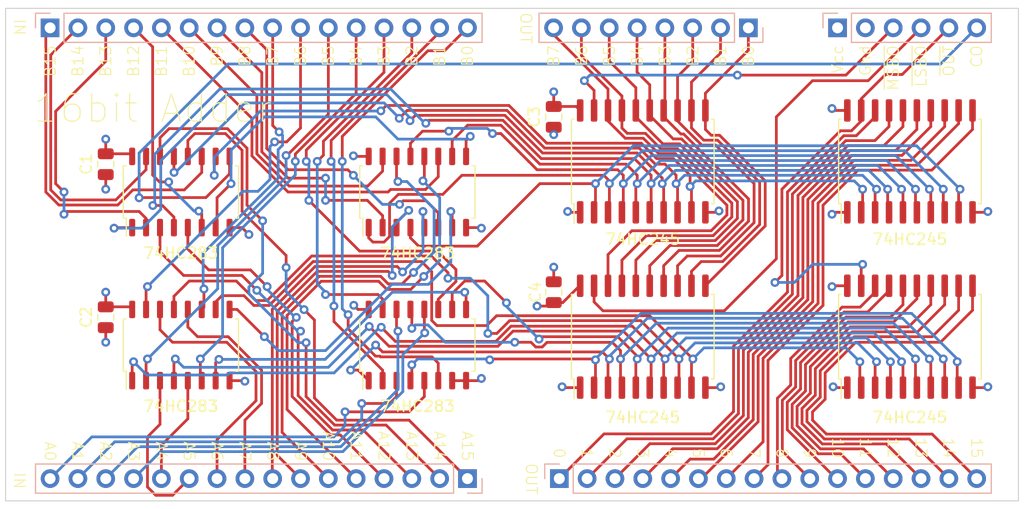
<source format=kicad_pcb>
(kicad_pcb (version 20211014) (generator pcbnew)
  (layers (0 "F.Cu" signal) (1 "In1.Cu" signal) (2 "In2.Cu" signal) (31 "B.Cu" signal) (34 "B.Paste" user) (35 "F.Paste" user) (36 "B.SilkS" user "B.Silkscreen") (37 "F.SilkS" user "F.Silkscreen") (38 "B.Mask" user) (39 "F.Mask" user) (44 "Edge.Cuts" user))
  (net 0 "")
  (net 1 "VCC")
  (net 2 "GND")
  (net 3 "~{DISP_MSB_OUT}")
  (net 4 "~{DISP_LSB_OUT}")
  (net 5 "~{DISPLACE_OUT}")
  (net 6 "A15")
  (net 7 "A14")
  (net 8 "A13")
  (net 9 "A12")
  (net 10 "A11")
  (net 11 "A10")
  (net 12 "A9")
  (net 13 "A8")
  (net 14 "A7")
  (net 15 "A6")
  (net 16 "A5")
  (net 17 "A4")
  (net 18 "A3")
  (net 19 "A2")
  (net 20 "A1")
  (net 21 "A0")
  (net 22 "CARRY_OUT")
  (net 23 "B15")
  (net 24 "B14")
  (net 25 "B13")
  (net 26 "B12")
  (net 27 "B11")
  (net 28 "B10")
  (net 29 "B9")
  (net 30 "ADDR15")
  (net 31 "ADDR14")
  (net 32 "ADDR13")
  (net 33 "ADDR12")
  (net 34 "ADDR11")
  (net 35 "ADDR10")
  (net 36 "ADDR9")
  (net 37 "ADDR8")
  (net 38 "ADDR7")
  (net 39 "ADDR6")
  (net 40 "ADDR5")
  (net 41 "ADDR4")
  (net 42 "ADDR3")
  (net 43 "ADDR2")
  (net 44 "ADDR1")
  (net 45 "ADDR0")
  (net 46 "BUS7")
  (net 47 "BUS6")
  (net 48 "BUS5")
  (net 49 "BUS4")
  (net 50 "BUS3")
  (net 51 "BUS2")
  (net 52 "BUS1")
  (net 53 "BUS0")
  (net 54 "/Q1")
  (net 55 "/Q0")
  (net 56 "Net-(U1-Pad9)")
  (net 57 "/Q3")
  (net 58 "/Q2")
  (net 59 "/Q9")
  (net 60 "/Q8")
  (net 61 "Net-(U2-Pad7)")
  (net 62 "Net-(U2-Pad9)")
  (net 63 "/Q11")
  (net 64 "/Q10")
  (net 65 "/Q5")
  (net 66 "/Q4")
  (net 67 "/Q7")
  (net 68 "/Q6")
  (net 69 "/Q13")
  (net 70 "/Q12")
  (net 71 "B8")
  (net 72 "/Q15")
  (net 73 "/Q14")
  (net 74 "B7")
  (net 75 "B6")
  (net 76 "B5")
  (net 77 "B4")
  (net 78 "B3")
  (net 79 "B2")
  (net 80 "B1")
  (net 81 "B0")
  (footprint "Package_SO:SOIC-16_4.55x10.3mm_P1.27mm" (layer "F.Cu") (at 109.474 120.142 90)
    (fp_text reference "U3" hide)
    (fp_text value "74LS283")
  )
  (footprint "Capacitor_SMD:C_0805_2012Metric" (layer "F.Cu") (at 143.51 115.316 90)
    (fp_text reference "C4")
    (fp_text value "C")
  )
  (footprint "Package_SO:SOIC-20W_7.5x12.8mm_P1.27mm" (layer "F.Cu") (at 151.638 103.378 90)
    (fp_text reference "U8" hide)
    (fp_text value "74LS245" hide)
  )
  (footprint "Capacitor_SMD:C_0805_2012Metric" (layer "F.Cu") (at 102.616 117.602 -90)
    (fp_text reference "C2")
    (fp_text value "C")
  )
  (footprint "Capacitor_SMD:C_0805_2012Metric" (layer "F.Cu") (at 102.616 103.632 -90)
    (fp_text reference "C1")
    (fp_text value "C")
  )
  (footprint "Package_SO:SOIC-20W_7.5x12.8mm_P1.27mm" (layer "F.Cu") (at 176.022 119.38 90)
    (fp_text reference "U5" hide)
    (fp_text value "74LS245" hide)
  )
  (footprint "Package_SO:SOIC-20W_7.5x12.8mm_P1.27mm" (layer "F.Cu") (at 176.022 103.378 90)
    (fp_text reference "U7" hide)
    (fp_text value "74LS245" hide)
  )
  (footprint "Package_SO:SOIC-20W_7.5x12.8mm_P1.27mm" (layer "F.Cu") (at 151.638 119.38 90)
    (fp_text reference "U6" hide)
    (fp_text value "74LS245" hide)
  )
  (footprint "Package_SO:SOIC-16_4.55x10.3mm_P1.27mm" (layer "F.Cu") (at 131.064 106.172 90)
    (fp_text reference "U2" hide)
    (fp_text value "74LS283")
  )
  (footprint "Capacitor_SMD:C_0805_2012Metric" (layer "F.Cu") (at 143.51 99.314 -90)
    (fp_text reference "C3")
    (fp_text value "C")
  )
  (footprint "Package_SO:SOIC-16_4.55x10.3mm_P1.27mm" (layer "F.Cu") (at 109.474 106.172 90)
    (fp_text reference "U4" hide)
    (fp_text value "74LS283")
  )
  (footprint "Package_SO:SOIC-16_4.55x10.3mm_P1.27mm" (layer "F.Cu") (at 131.064 120.142 90)
    (fp_text reference "U1" hide)
    (fp_text value "74LS283")
  )
  (footprint "Connector_PinHeader_2.54mm:PinHeader_1x16_P2.54mm_Vertical" (layer "B.Cu") (at 97.536 91.186 -90)
    (fp_text reference "J5" hide)
    (fp_text value "Conn_01x16" hide)
  )
  (footprint "Connector_PinHeader_2.54mm:PinHeader_1x16_P2.54mm_Vertical" (layer "B.Cu") (at 144.018 132.334 -90)
    (fp_text reference "J4" hide)
    (fp_text value "Conn_01x16" hide)
  )
  (footprint "Connector_PinHeader_2.54mm:PinHeader_1x08_P2.54mm_Vertical" (layer "B.Cu") (at 161.275 91.186 90)
    (fp_text reference "J3" hide)
    (fp_text value "Conn_01x08" hide)
  )
  (footprint "Connector_PinHeader_2.54mm:PinHeader_1x06_P2.54mm_Vertical" (layer "B.Cu") (at 169.418 91.186 -90)
    (fp_text reference "J1" hide)
    (fp_text value "Conn_01x06" hide)
  )
  (footprint "Connector_PinHeader_2.54mm:PinHeader_1x16_P2.54mm_Vertical" (layer "B.Cu") (at 135.636 132.334 90)
    (fp_text reference "J2" hide)
    (fp_text value "Conn_01x16" hide)
  )
  (gr_rect (start 93.472 89.408) (end 185.928 134.366) (layer "Edge.Cuts") (width 0.1) (fill none))
  (gr_text "16bit Adder" (at 106.934 98.552) (layer "F.SilkS") (effects (font (size 2.5 2.5) (thickness 0.1))))
  (gr_text "B3" (at 153.67 92.71 90) (layer "F.SilkS") (effects (font (size 1 1) (thickness 0.1)) (justify right)))
  (gr_text "4" (at 154.178 130.556 270) (layer "F.SilkS") (effects (font (size 1 1) (thickness 0.1)) (justify right)))
  (gr_text "B14" (at 100.076 92.71 90) (layer "F.SilkS") (effects (font (size 1 1) (thickness 0.1)) (justify right)))
  (gr_text "14" (at 179.578 130.556 270) (layer "F.SilkS") (effects (font (size 1 1) (thickness 0.1)) (justify right)))
  (gr_text "B4" (at 125.476 92.71 90) (layer "F.SilkS") (effects (font (size 1 1) (thickness 0.1)) (justify right)))
  (gr_text "12" (at 174.498 130.556 270) (layer "F.SilkS") (effects (font (size 1 1) (thickness 0.1)) (justify right)))
  (gr_text "OUT" (at 140.97 92.71 270) (layer "F.SilkS") (effects (font (size 1 1) (thickness 0.1)) (justify right)))
  (gr_text "B10" (at 110.236 92.71 90) (layer "F.SilkS") (effects (font (size 1 1) (thickness 0.1)) (justify right)))
  (gr_text "B4" (at 151.13 92.71 90) (layer "F.SilkS") (effects (font (size 1 1) (thickness 0.1)) (justify right)))
  (gr_text "11" (at 171.958 130.556 270) (layer "F.SilkS") (effects (font (size 1 1) (thickness 0.1)) (justify right)))
  (gr_text "B7" (at 117.856 92.71 90) (layer "F.SilkS") (effects (font (size 1 1) (thickness 0.1)) (justify right)))
  (gr_text "2" (at 149.098 130.556 270) (layer "F.SilkS") (effects (font (size 1 1) (thickness 0.1)) (justify right)))
  (gr_text "B8" (at 115.316 92.71 90) (layer "F.SilkS") (effects (font (size 1 1) (thickness 0.1)) (justify right)))
  (gr_text "A7" (at 115.316 130.81 270) (layer "F.SilkS") (effects (font (size 1 1) (thickness 0.1)) (justify right)))
  (gr_text "A5" (at 110.236 130.81 270) (layer "F.SilkS") (effects (font (size 1 1) (thickness 0.1)) (justify right)))
  (gr_text "A6" (at 112.776 130.81 270) (layer "F.SilkS") (effects (font (size 1 1) (thickness 0.1)) (justify right)))
  (gr_text "15" (at 182.118 130.556 270) (layer "F.SilkS") (effects (font (size 1 1) (thickness 0.1)) (justify right)))
  (gr_text "13" (at 177.038 130.556 270) (layer "F.SilkS") (effects (font (size 1 1) (thickness 0.1)) (justify right)))
  (gr_text "B3" (at 128.016 92.71 90) (layer "F.SilkS") (effects (font (size 1 1) (thickness 0.1)) (justify right)))
  (gr_text "B13" (at 102.616 92.71 90) (layer "F.SilkS") (effects (font (size 1 1) (thickness 0.1)) (justify right)))
  (gr_text "A13" (at 130.556 130.81 270) (layer "F.SilkS") (effects (font (size 1 1) (thickness 0.1)) (justify right)))
  (gr_text "~{MSBO}" (at 174.498 92.71 90) (layer "F.SilkS") (effects (font (size 1 1) (thickness 0.1)) (justify right)))
  (gr_text "8" (at 164.338 130.556 270) (layer "F.SilkS") (effects (font (size 1 1) (thickness 0.1)) (justify right)))
  (gr_text "B5" (at 122.936 92.71 90) (layer "F.SilkS") (effects (font (size 1 1) (thickness 0.1)) (justify right)))
  (gr_text "A4" (at 107.696 130.81 270) (layer "F.SilkS") (effects (font (size 1 1) (thickness 0.1)) (justify right)))
  (gr_text "A8" (at 117.856 130.81 270) (layer "F.SilkS") (effects (font (size 1 1) (thickness 0.1)) (justify right)))
  (gr_text "~{OUT}" (at 179.578 92.71 90) (layer "F.SilkS") (effects (font (size 1 1) (thickness 0.1)) (justify right)))
  (gr_text "IN" (at 94.742 91.948 270) (layer "F.SilkS") (effects (font (size 1 1) (thickness 0.1)) (justify right)))
  (gr_text "A3" (at 105.156 130.81 270) (layer "F.SilkS") (effects (font (size 1 1) (thickness 0.1)) (justify right)))
  (gr_text "B11" (at 107.696 92.71 90) (layer "F.SilkS") (effects (font (size 1 1) (thickness 0.1)) (justify right)))
  (gr_text "A2" (at 102.616 130.81 270) (layer "F.SilkS") (effects (font (size 1 1) (thickness 0.1)) (justify right)))
  (gr_text "A12" (at 128.016 130.81 270) (layer "F.SilkS") (effects (font (size 1 1) (thickness 0.1)) (justify right)))
  (gr_text "B6" (at 146.05 92.71 90) (layer "F.SilkS") (effects (font (size 1 1) (thickness 0.1)) (justify right)))
  (gr_text "IN" (at 94.742 133.35 270) (layer "F.SilkS") (effects (font (size 1 1) (thickness 0.1)) (justify right)))
  (gr_text "B7" (at 143.51 92.71 90) (layer "F.SilkS") (effects (font (size 1 1) (thickness 0.1)) (justify right)))
  (gr_text "B0" (at 161.29 92.71 90) (layer "F.SilkS") (effects (font (size 1 1) (thickness 0.1)) (justify right)))
  (gr_text "7" (at 161.798 130.556 270) (layer "F.SilkS") (effects (font (size 1 1) (thickness 0.1)) (justify right)))
  (gr_text "Gnd" (at 171.958 92.71 90) (layer "F.SilkS") (effects (font (size 1 1) (thickness 0.1)) (justify right)))
  (gr_text "CO" (at 182.118 92.71 90) (layer "F.SilkS") (effects (font (size 1 1) (thickness 0.1)) (justify right)))
  (gr_text "B15" (at 97.536 92.71 90) (layer "F.SilkS") (effects (font (size 1 1) (thickness 0.1)) (justify right)))
  (gr_text "B9" (at 112.776 92.71 90) (layer "F.SilkS") (effects (font (size 1 1) (thickness 0.1)) (justify right)))
  (gr_text "OUT" (at 141.478 133.858 270) (layer "F.SilkS") (effects (font (size 1 1) (thickness 0.1)) (justify right)))
  (gr_text "A15" (at 135.636 130.81 270) (layer "F.SilkS") (effects (font (size 1 1) (thickness 0.1)) (justify right)))
  (gr_text "A1" (at 100.076 130.81 270) (layer "F.SilkS") (effects (font (size 1 1) (thickness 0.1)) (justify right)))
  (gr_text "B12" (at 105.156 92.71 90) (layer "F.SilkS") (effects (font (size 1 1) (thickness 0.1)) (justify right)))
  (gr_text "B5" (at 148.59 92.71 90) (layer "F.SilkS") (effects (font (size 1 1) (thickness 0.1)) (justify right)))
  (gr_text "~{LSBO}" (at 177.038 92.71 90) (layer "F.SilkS") (effects (font (size 1 1) (thickness 0.1)) (justify right)))
  (gr_text "B0" (at 135.636 92.71 90) (layer "F.SilkS") (effects (font (size 1 1) (thickness 0.1)) (justify right)))
  (gr_text "B2" (at 130.556 92.71 90) (layer "F.SilkS") (effects (font (size 1 1) (thickness 0.1)) (justify right)))
  (gr_text "B6" (at 120.396 92.71 90) (layer "F.SilkS") (effects (font (size 1 1) (thickness 0.1)) (justify right)))
  (gr_text "B1" (at 158.75 92.71 90) (layer "F.SilkS") (effects (font (size 1 1) (thickness 0.1)) (justify right)))
  (gr_text "A9" (at 120.396 130.81 270) (layer "F.SilkS") (effects (font (size 1 1) (thickness 0.1)) (justify right)))
  (gr_text "B2" (at 156.21 92.71 90) (layer "F.SilkS") (effects (font (size 1 1) (thickness 0.1)) (justify right)))
  (gr_text "5" (at 156.718 130.556 270) (layer "F.SilkS") (effects (font (size 1 1) (thickness 0.1)) (justify right)))
  (gr_text "A14" (at 133.096 130.81 270) (layer "F.SilkS") (effects (font (size 1 1) (thickness 0.1)) (justify right)))
  (gr_text "1" (at 146.558 130.556 270) (layer "F.SilkS") (effects (font (size 1 1) (thickness 0.1)) (justify right)))
  (gr_text "B1" (at 133.096 92.71 90) (layer "F.SilkS") (effects (font (size 1 1) (thickness 0.1)) (justify right)))
  (gr_text "Vcc" (at 169.418 92.71 90) (layer "F.SilkS") (effects (font (size 1 1) (thickness 0.1)) (justify right)))
  (gr_text "A0" (at 97.536 130.81 270) (layer "F.SilkS") (effects (font (size 1 1) (thickness 0.1)) (justify right)))
  (gr_text "10" (at 169.418 130.556 270) (layer "F.SilkS") (effects (font (size 1 1) (thickness 0.1)) (justify right)))
  (gr_text "9" (at 166.878 130.556 270) (layer "F.SilkS") (effects (font (size 1 1) (thickness 0.1)) (justify right)))
  (gr_text "6" (at 159.258 130.556 270) (layer "F.SilkS") (effects (font (size 1 1) (thickness 0.1)) (justify right)))
  (gr_text "A11" (at 125.476 130.81 270) (layer "F.SilkS") (effects (font (size 1 1) (thickness 0.1)) (justify right)))
  (gr_text "3" (at 151.638 130.556 270) (layer "F.SilkS") (effects (font (size 1 1) (thickness 0.1)) (justify right)))
  (gr_text "0" (at 144.018 130.556 270) (layer "F.SilkS") (effects (font (size 1 1) (thickness 0.1)) (justify right)))
  (gr_text "A10" (at 122.936 130.81 270) (layer "F.SilkS") (effects (font (size 1 1) (thickness 0.1)) (justify right)))
  (segment (start 126.619 116.892) (end 125.638282 116.892) (width 0.25) (layer "F.Cu") (net 1))
  (segment (start 143.51 116.266) (end 143.19 116.586) (width 0.25) (layer "F.Cu") (net 1))
  (segment (start 126.619 102.922) (end 125.274 102.922) (width 0.25) (layer "F.Cu") (net 1))
  (segment (start 143.19 116.586) (end 141.986 116.586) (width 0.25) (layer "F.Cu") (net 1))
  (segment (start 145.559 98.364) (end 145.923 98.728) (width 0.25) (layer "F.Cu") (net 1))
  (segment (start 169.086 108.028) (end 168.91 108.204) (width 0.25) (layer "F.Cu") (net 1))
  (segment (start 170.307 124.03) (end 169.089159 124.03) (width 0.25) (layer "F.Cu") (net 1))
  (segment (start 102.616 116.652) (end 102.616 115.316) (width 0.25) (layer "F.Cu") (net 1))
  (segment (start 144.338 116.266) (end 143.51 116.266) (width 0.25) (layer "F.Cu") (net 1))
  (segment (start 143.51 98.364) (end 145.559 98.364) (width 0.25) (layer "F.Cu") (net 1))
  (segment (start 102.616 102.682) (end 104.789 102.682) (width 0.25) (layer "F.Cu") (net 1))
  (segment (start 145.923 108.028) (end 144.858 108.028) (width 0.25) (layer "F.Cu") (net 1))
  (segment (start 168.988 114.73) (end 168.91 114.808) (width 0.25) (layer "F.Cu") (net 1))
  (segment (start 125.274 102.922) (end 125.222 102.87) (width 0.25) (layer "F.Cu") (net 1))
  (segment (start 102.616 102.682) (end 102.616 101.346) (width 0.25) (layer "F.Cu") (net 1))
  (segment (start 170.307 98.728) (end 169.086 98.728) (width 0.25) (layer "F.Cu") (net 1))
  (segment (start 169.086 98.728) (end 168.91 98.552) (width 0.25) (layer "F.Cu") (net 1))
  (segment (start 125.638282 116.892) (end 125.258611 116.512329) (width 0.25) (layer "F.Cu") (net 1))
  (segment (start 170.307 108.028) (end 169.086 108.028) (width 0.25) (layer "F.Cu") (net 1))
  (segment (start 144.35 124.03) (end 144.272 123.952) (width 0.25) (layer "F.Cu") (net 1))
  (segment (start 102.616 116.652) (end 104.789 116.652) (width 0.25) (layer "F.Cu") (net 1))
  (segment (start 170.307 114.73) (end 168.988 114.73) (width 0.25) (layer "F.Cu") (net 1))
  (segment (start 104.789 116.652) (end 105.029 116.892) (width 0.25) (layer "F.Cu") (net 1))
  (segment (start 145.923 124.03) (end 144.35 124.03) (width 0.25) (layer "F.Cu") (net 1))
  (segment (start 104.789 102.682) (end 105.029 102.922) (width 0.25) (layer "F.Cu") (net 1))
  (segment (start 145.874 114.73) (end 144.338 116.266) (width 0.25) (layer "F.Cu") (net 1))
  (segment (start 144.858 108.028) (end 144.78 107.95) (width 0.25) (layer "F.Cu") (net 1))
  (segment (start 145.923 114.73) (end 145.874 114.73) (width 0.25) (layer "F.Cu") (net 1))
  (segment (start 169.089159 124.03) (end 169.011159 123.952) (width 0.25) (layer "F.Cu") (net 1))
  (segment (start 143.51 98.364) (end 143.51 97.028) (width 0.25) (layer "F.Cu") (net 1))
  (via (at 168.91 108.204) (size 0.8) (drill 0.4) (layers "F.Cu" "B.Cu") (net 1))
  (via (at 169.011159 123.952) (size 0.8) (drill 0.4) (layers "F.Cu" "B.Cu") (net 1))
  (via (at 102.616 115.316) (size 0.8) (drill 0.4) (layers "F.Cu" "B.Cu") (net 1))
  (via (at 168.91 98.552) (size 0.8) (drill 0.4) (layers "F.Cu" "B.Cu") (net 1))
  (via (at 143.51 97.028) (size 0.8) (drill 0.4) (layers "F.Cu" "B.Cu") (net 1))
  (via (at 125.258611 116.512329) (size 0.8) (drill 0.4) (layers "F.Cu" "B.Cu") (net 1))
  (via (at 168.91 114.808) (size 0.8) (drill 0.4) (layers "F.Cu" "B.Cu") (net 1))
  (via (at 144.78 107.95) (size 0.8) (drill 0.4) (layers "F.Cu" "B.Cu") (net 1))
  (via (at 102.616 101.346) (size 0.8) (drill 0.4) (layers "F.Cu" "B.Cu") (net 1))
  (via (at 125.222 102.87) (size 0.8) (drill 0.4) (layers "F.Cu" "B.Cu") (net 1))
  (via (at 144.272 123.952) (size 0.8) (drill 0.4) (layers "F.Cu" "B.Cu") (net 1))
  (via (at 141.986 116.586) (size 0.8) (drill 0.4) (layers "F.Cu" "B.Cu") (net 1))
  (segment (start 183.056 124.03) (end 183.134 123.952) (width 0.25) (layer "F.Cu") (net 2))
  (segment (start 113.919 123.392) (end 115.264 123.392) (width 0.25) (layer "F.Cu") (net 2))
  (segment (start 143.51 114.366) (end 143.51 113.03) (width 0.25) (layer "F.Cu") (net 2))
  (segment (start 113.919 109.422) (end 115.053981 109.422) (width 0.25) (layer "F.Cu") (net 2))
  (segment (start 102.616 104.582) (end 102.616 105.918) (width 0.25) (layer "F.Cu") (net 2))
  (segment (start 143.51 100.264) (end 143.51 100.933989) (width 0.25) (layer "F.Cu") (net 2))
  (segment (start 157.353 124.03) (end 158.672 124.03) (width 0.25) (layer "F.Cu") (net 2))
  (segment (start 135.509 109.422) (end 136.854 109.422) (width 0.25) (layer "F.Cu") (net 2))
  (segment (start 136.704 123.392) (end 136.906 123.19) (width 0.25) (layer "F.Cu") (net 2))
  (segment (start 183.056 108.028) (end 183.134 107.95) (width 0.25) (layer "F.Cu") (net 2))
  (segment (start 115.053981 109.422) (end 115.683987 110.052006) (width 0.25) (layer "F.Cu") (net 2))
  (segment (start 134.239 123.392) (end 136.704 123.392) (width 0.25) (layer "F.Cu") (net 2))
  (segment (start 157.353 108.028) (end 158.463941 108.028) (width 0.25) (layer "F.Cu") (net 2))
  (segment (start 102.616 118.552) (end 102.616 119.888) (width 0.25) (layer "F.Cu") (net 2))
  (segment (start 136.854 109.422) (end 136.906 109.474) (width 0.25) (layer "F.Cu") (net 2))
  (segment (start 158.672 124.03) (end 158.75 123.952) (width 0.25) (layer "F.Cu") (net 2))
  (segment (start 181.737 124.03) (end 183.056 124.03) (width 0.25) (layer "F.Cu") (net 2))
  (segment (start 158.463941 108.028) (end 158.591989 107.899952) (width 0.25) (layer "F.Cu") (net 2))
  (segment (start 115.264 123.392) (end 115.316 123.444) (width 0.25) (layer "F.Cu") (net 2))
  (segment (start 181.737 108.028) (end 183.056 108.028) (width 0.25) (layer "F.Cu") (net 2))
  (via (at 183.134 123.952) (size 0.8) (drill 0.4) (layers "F.Cu" "B.Cu") (net 2))
  (via (at 115.316 123.444) (size 0.8) (drill 0.4) (layers "F.Cu" "B.Cu") (net 2))
  (via (at 158.591989 107.899952) (size 0.8) (drill 0.4) (layers "F.Cu" "B.Cu") (net 2))
  (via (at 136.906 123.19) (size 0.8) (drill 0.4) (layers "F.Cu" "B.Cu") (net 2))
  (via (at 136.906 109.474) (size 0.8) (drill 0.4) (layers "F.Cu" "B.Cu") (net 2))
  (via (at 183.134 107.95) (size 0.8) (drill 0.4) (layers "F.Cu" "B.Cu") (net 2))
  (via (at 143.51 113.03) (size 0.8) (drill 0.4) (layers "F.Cu" "B.Cu") (net 2))
  (via (at 102.616 105.918) (size 0.8) (drill 0.4) (layers "F.Cu" "B.Cu") (net 2))
  (via (at 102.616 119.888) (size 0.8) (drill 0.4) (layers "F.Cu" "B.Cu") (net 2))
  (via (at 143.51 100.933989) (size 0.8) (drill 0.4) (layers "F.Cu" "B.Cu") (net 2))
  (via (at 158.75 123.952) (size 0.8) (drill 0.4) (layers "F.Cu" "B.Cu") (net 2))
  (via (at 115.683987 110.052006) (size 0.8) (drill 0.4) (layers "F.Cu" "B.Cu") (net 2))
  (segment (start 147.193 96.901) (end 147.193 98.728) (width 0.25) (layer "F.Cu") (net 3))
  (segment (start 146.304 96.012) (end 147.193 96.901) (width 0.25) (layer "F.Cu") (net 3))
  (segment (start 170.18 95.504) (end 160.274 95.504) (width 0.25) (layer "F.Cu") (net 3))
  (segment (start 174.498 91.186) (end 170.18 95.504) (width 0.25) (layer "F.Cu") (net 3))
  (via (at 146.304 96.012) (size 0.8) (drill 0.4) (layers "F.Cu" "B.Cu") (net 3))
  (via (at 160.274 95.504) (size 0.8) (drill 0.4) (layers "F.Cu" "B.Cu") (net 3))
  (segment (start 160.274 95.504) (end 146.812 95.504) (width 0.25) (layer "B.Cu") (net 3))
  (segment (start 146.812 95.504) (end 146.304 96.012) (width 0.25) (layer "B.Cu") (net 3))
  (segment (start 163.83 99.314) (end 163.83 112.268) (width 0.25) (layer "F.Cu") (net 4))
  (segment (start 147.193 116.205) (end 147.193 114.73) (width 0.25) (layer "F.Cu") (net 4))
  (segment (start 159.082531 117.015469) (end 148.003469 117.015469) (width 0.25) (layer "F.Cu") (net 4))
  (segment (start 167.132 96.012) (end 163.83 99.314) (width 0.25) (layer "F.Cu") (net 4))
  (segment (start 148.003469 117.015469) (end 147.193 116.205) (width 0.25) (layer "F.Cu") (net 4))
  (segment (start 163.83 112.268) (end 159.082531 117.015469) (width 0.25) (layer "F.Cu") (net 4))
  (segment (start 172.212 96.012) (end 167.132 96.012) (width 0.25) (layer "F.Cu") (net 4))
  (segment (start 177.038 91.186) (end 172.212 96.012) (width 0.25) (layer "F.Cu") (net 4))
  (segment (start 175.318489 95.445511) (end 173.794489 95.445511) (width 0.25) (layer "F.Cu") (net 5))
  (segment (start 171.577 99.695) (end 170.942 100.33) (width 0.25) (layer "F.Cu") (net 5))
  (segment (start 169.672 100.584) (end 166.116 104.14) (width 0.25) (layer "F.Cu") (net 5))
  (segment (start 171.577 98.728) (end 171.577 99.695) (width 0.25) (layer "F.Cu") (net 5))
  (segment (start 164.338 105.918) (end 164.338 106.68) (width 0.25) (layer "F.Cu") (net 5))
  (segment (start 179.578 91.186) (end 175.318489 95.445511) (width 0.25) (layer "F.Cu") (net 5))
  (segment (start 170.942 100.33) (end 170.688 100.584) (width 0.25) (layer "F.Cu") (net 5))
  (segment (start 164.338 113.792) (end 163.703 114.427) (width 0.25) (layer "F.Cu") (net 5))
  (segment (start 170.688 100.584) (end 169.672 100.584) (width 0.25) (layer "F.Cu") (net 5))
  (segment (start 173.794489 95.445511) (end 171.577 97.663) (width 0.25) (layer "F.Cu") (net 5))
  (segment (start 164.338 106.68) (end 164.338 113.792) (width 0.25) (layer "F.Cu") (net 5))
  (segment (start 171.577 112.903) (end 171.704 112.776) (width 0.25) (layer "F.Cu") (net 5))
  (segment (start 166.116 104.14) (end 164.338 105.918) (width 0.25) (layer "F.Cu") (net 5))
  (segment (start 171.577 114.73) (end 171.577 112.903) (width 0.25) (layer "F.Cu") (net 5))
  (segment (start 171.577 97.663) (end 171.577 98.728) (width 0.25) (layer "F.Cu") (net 5))
  (via (at 171.704 112.776) (size 0.8) (drill 0.4) (layers "F.Cu" "B.Cu") (net 5))
  (via (at 163.703 114.427) (size 0.8) (drill 0.4) (layers "F.Cu" "B.Cu") (net 5))
  (segment (start 165.481 114.427) (end 163.703 114.427) (width 0.25) (layer "B.Cu") (net 5))
  (segment (start 167.132 112.776) (end 165.481 114.427) (width 0.25) (layer "B.Cu") (net 5))
  (segment (start 171.704 112.776) (end 167.132 112.776) (width 0.25) (layer "B.Cu") (net 5))
  (segment (start 115.062 102.362) (end 115.062 107.95) (width 0.25) (layer "F.Cu") (net 6))
  (segment (start 135.636 132.334) (end 130.302 127) (width 0.25) (layer "F.Cu") (net 6))
  (segment (start 121.666 117.856) (end 120.719559 116.909559) (width 0.25) (layer "F.Cu") (net 6))
  (segment (start 113.538 100.838) (end 115.062 102.362) (width 0.25) (layer "F.Cu") (net 6))
  (segment (start 110.744 100.838) (end 113.538 100.838) (width 0.25) (layer "F.Cu") (net 6))
  (segment (start 130.302 127) (end 123.698 127) (width 0.25) (layer "F.Cu") (net 6))
  (segment (start 123.698 127) (end 121.666 124.968) (width 0.25) (layer "F.Cu") (net 6))
  (segment (start 119.084171 111.972171) (end 119.084171 113.063229) (width 0.25) (layer "F.Cu") (net 6))
  (segment (start 110.109 101.473) (end 110.744 100.838) (width 0.25) (layer "F.Cu") (net 6))
  (segment (start 121.666 124.968) (end 121.666 117.856) (width 0.25) (layer "F.Cu") (net 6))
  (segment (start 115.062 107.95) (end 119.084171 111.972171) (width 0.25) (layer "F.Cu") (net 6))
  (segment (start 110.109 102.922) (end 110.109 101.473) (width 0.25) (layer "F.Cu") (net 6))
  (via (at 119.084171 113.063229) (size 0.8) (drill 0.4) (layers "F.Cu" "B.Cu") (net 6))
  (via (at 120.719559 116.909559) (size 0.8) (drill 0.4) (layers "F.Cu" "B.Cu") (net 6))
  (segment (start 119.084171 115.274171) (end 120.719559 116.909559) (width 0.25) (layer "B.Cu") (net 6))
  (segment (start 119.084171 113.063229) (end 119.084171 115.274171) (width 0.25) (layer "B.Cu") (net 6))
  (segment (start 115.511511 102.175807) (end 115.511511 107.374913) (width 0.25) (layer "F.Cu") (net 7))
  (segment (start 107.569 101.219) (end 108.39951 100.38849) (width 0.25) (layer "F.Cu") (net 7))
  (segment (start 107.569 102.922) (end 107.569 101.219) (width 0.25) (layer "F.Cu") (net 7))
  (segment (start 128.211511 127.449511) (end 123.511806 127.44951) (width 0.25) (layer "F.Cu") (net 7))
  (segment (start 133.096 132.334) (end 128.211511 127.449511) (width 0.25) (layer "F.Cu") (net 7))
  (segment (start 115.511511 107.374913) (end 116.937925 108.801327) (width 0.25) (layer "F.Cu") (net 7))
  (segment (start 108.39951 100.38849) (end 113.724194 100.38849) (width 0.25) (layer "F.Cu") (net 7))
  (segment (start 113.724194 100.38849) (end 115.511511 102.175807) (width 0.25) (layer "F.Cu") (net 7))
  (segment (start 123.511806 127.44951) (end 120.904 124.841704) (width 0.25) (layer "F.Cu") (net 7))
  (segment (start 120.904 124.841704) (end 120.904 119.9255) (width 0.25) (layer "F.Cu") (net 7))
  (via (at 120.904 119.9255) (size 0.8) (drill 0.4) (layers "F.Cu" "B.Cu") (net 7))
  (via (at 116.937925 108.801327) (size 0.8) (drill 0.4) (layers "F.Cu" "B.Cu") (net 7))
  (segment (start 116.937925 108.801327) (end 116.937925 113.590069) (width 0.25) (layer "B.Cu") (net 7))
  (segment (start 115.682673 115.445519) (end 120.162654 119.9255) (width 0.25) (layer "B.Cu") (net 7))
  (segment (start 116.937925 113.590069) (end 115.682673 114.845321) (width 0.25) (layer "B.Cu") (net 7))
  (segment (start 120.162654 119.9255) (end 120.904 119.9255) (width 0.25) (layer "B.Cu") (net 7))
  (segment (start 115.682673 114.845321) (end 115.682673 115.445519) (width 0.25) (layer "B.Cu") (net 7))
  (segment (start 107.569 111.633) (end 109.728 113.792) (width 0.25) (layer "F.Cu") (net 8))
  (segment (start 126.12102 127.89902) (end 123.32561 127.89902) (width 0.25) (layer "F.Cu") (net 8))
  (segment (start 115.053754 113.792) (end 116.407174 115.14542) (width 0.25) (layer "F.Cu") (net 8))
  (segment (start 120.179499 119.088501) (end 120.396 118.872) (width 0.25) (layer "F.Cu") (net 8))
  (segment (start 107.569 109.422) (end 107.569 111.633) (width 0.25) (layer "F.Cu") (net 8))
  (segment (start 120.179499 124.752909) (end 120.179499 119.088501) (width 0.25) (layer "F.Cu") (net 8))
  (segment (start 123.32561 127.89902) (end 120.179499 124.752909) (width 0.25) (layer "F.Cu") (net 8))
  (segment (start 130.556 132.334) (end 126.12102 127.89902) (width 0.25) (layer "F.Cu") (net 8))
  (segment (start 109.728 113.792) (end 115.053754 113.792) (width 0.25) (layer "F.Cu") (net 8))
  (via (at 120.396 118.872) (size 0.8) (drill 0.4) (layers "F.Cu" "B.Cu") (net 8))
  (via (at 116.407174 115.14542) (size 0.8) (drill 0.4) (layers "F.Cu" "B.Cu") (net 8))
  (segment (start 120.133754 118.872) (end 116.407174 115.14542) (width 0.25) (layer "B.Cu") (net 8))
  (segment (start 120.396 118.872) (end 120.133754 118.872) (width 0.25) (layer "B.Cu") (net 8))
  (segment (start 112.014 113.284) (end 115.824 113.284) (width 0.25) (layer "F.Cu") (net 9))
  (segment (start 124.030529 128.348529) (end 123.139412 128.348529) (width 0.25) (layer "F.Cu") (net 9))
  (segment (start 128.016 132.334) (end 124.030529 128.348529) (width 0.25) (layer "F.Cu") (net 9))
  (segment (start 110.109 109.422) (end 110.109 111.379) (width 0.25) (layer "F.Cu") (net 9))
  (segment (start 110.109 111.379) (end 112.014 113.284) (width 0.25) (layer "F.Cu") (net 9))
  (segment (start 119.634 124.843117) (end 119.634 117.995118) (width 0.25) (layer "F.Cu") (net 9))
  (segment (start 115.824 113.284) (end 117.348 114.808) (width 0.25) (layer "F.Cu") (net 9))
  (segment (start 119.634 117.995118) (end 120.012804 117.616314) (width 0.25) (layer "F.Cu") (net 9))
  (segment (start 123.139412 128.348529) (end 119.634 124.843117) (width 0.25) (layer "F.Cu") (net 9))
  (via (at 117.348 114.808) (size 0.8) (drill 0.4) (layers "F.Cu" "B.Cu") (net 9))
  (via (at 120.012804 117.616314) (size 0.8) (drill 0.4) (layers "F.Cu" "B.Cu") (net 9))
  (segment (start 119.902314 117.616314) (end 117.348 115.062) (width 0.25) (layer "B.Cu") (net 9))
  (segment (start 117.348 115.062) (end 117.348 114.808) (width 0.25) (layer "B.Cu") (net 9))
  (segment (start 120.012804 117.616314) (end 119.902314 117.616314) (width 0.25) (layer "B.Cu") (net 9))
  (segment (start 127.528044 114.320044) (end 128.27 115.062) (width 0.25) (layer "F.Cu") (net 10))
  (segment (start 125.476 132.334) (end 119.167034 126.025034) (width 0.25) (layer "F.Cu") (net 10))
  (segment (start 119.167034 126.025034) (end 119.167034 117.437486) (width 0.25) (layer "F.Cu") (net 10))
  (segment (start 131.572 105.156) (end 131.699 105.029) (width 0.25) (layer "F.Cu") (net 10))
  (segment (start 131.699 105.029) (end 131.699 102.922) (width 0.25) (layer "F.Cu") (net 10))
  (segment (start 122.284476 114.320044) (end 127.528044 114.320044) (width 0.25) (layer "F.Cu") (net 10))
  (segment (start 128.27 115.062) (end 130.461881 115.062) (width 0.25) (layer "F.Cu") (net 10))
  (segment (start 130.461881 115.062) (end 131.64498 113.878901) (width 0.25) (layer "F.Cu") (net 10))
  (segment (start 119.167034 117.437486) (end 122.284476 114.320044) (width 0.25) (layer "F.Cu") (net 10))
  (via (at 131.64498 113.878901) (size 0.8) (drill 0.4) (layers "F.Cu" "B.Cu") (net 10))
  (via (at 131.572 105.156) (size 0.8) (drill 0.4) (layers "F.Cu" "B.Cu") (net 10))
  (segment (start 133.096 112.427881) (end 131.64498 113.878901) (width 0.25) (layer "B.Cu") (net 10))
  (segment (start 133.096 106.68) (end 133.096 112.427881) (width 0.25) (layer "B.Cu") (net 10))
  (segment (start 131.572 105.156) (end 133.096 106.68) (width 0.25) (layer "B.Cu") (net 10))
  (segment (start 129.677161 114.554) (end 130.712749 113.518412) (width 0.25) (layer "F.Cu") (net 11))
  (segment (start 129.159 105.089413) (end 129.286 105.216413) (width 0.25) (layer "F.Cu") (net 11))
  (segment (start 122.936 132.334) (end 118.717523 128.115523) (width 0.25) (layer "F.Cu") (net 11))
  (segment (start 129.159 102.922) (end 129.159 105.089413) (width 0.25) (layer "F.Cu") (net 11))
  (segment (start 128.397704 114.554) (end 129.677161 114.554) (width 0.25) (layer "F.Cu") (net 11))
  (segment (start 118.717523 128.115523) (end 118.717523 117.251293) (width 0.25) (layer "F.Cu") (net 11))
  (segment (start 127.714237 113.870533) (end 128.397704 114.554) (width 0.25) (layer "F.Cu") (net 11))
  (segment (start 122.098283 113.870533) (end 127.714237 113.870533) (width 0.25) (layer "F.Cu") (net 11))
  (segment (start 118.717523 117.251293) (end 122.098283 113.870533) (width 0.25) (layer "F.Cu") (net 11))
  (via (at 130.712749 113.518412) (size 0.8) (drill 0.4) (layers "F.Cu" "B.Cu") (net 11))
  (via (at 129.286 105.216413) (size 0.8) (drill 0.4) (layers "F.Cu" "B.Cu") (net 11))
  (segment (start 129.286 105.216413) (end 130.108413 105.216413) (width 0.25) (layer "B.Cu") (net 11))
  (segment (start 130.108413 105.216413) (end 132.588 107.696) (width 0.25) (layer "B.Cu") (net 11))
  (segment (start 132.588 107.696) (end 132.588 111.643161) (width 0.25) (layer "B.Cu") (net 11))
  (segment (start 132.588 111.643161) (end 130.712749 113.518412) (width 0.25) (layer "B.Cu") (net 11))
  (segment (start 128.396534 113.421022) (end 128.770212 113.7947) (width 0.25) (layer "F.Cu") (net 12))
  (segment (start 120.396 132.334) (end 118.268011 130.206011) (width 0.25) (layer "F.Cu") (net 12))
  (segment (start 118.268011 117.065101) (end 121.91209 113.421022) (width 0.25) (layer "F.Cu") (net 12))
  (segment (start 129.159 109.422) (end 129.159 108.96072) (width 0.25) (layer "F.Cu") (net 12))
  (segment (start 121.91209 113.421022) (end 128.396534 113.421022) (width 0.25) (layer "F.Cu") (net 12))
  (segment (start 129.159 108.96072) (end 130.272407 107.847313) (width 0.25) (layer "F.Cu") (net 12))
  (segment (start 118.268011 130.206011) (end 118.268011 117.065101) (width 0.25) (layer "F.Cu") (net 12))
  (via (at 128.770212 113.7947) (size 0.8) (drill 0.4) (layers "F.Cu" "B.Cu") (net 12))
  (via (at 130.272407 107.847313) (size 0.8) (drill 0.4) (layers "F.Cu" "B.Cu") (net 12))
  (segment (start 130.272407 107.847313) (end 128.770212 109.349508) (width 0.25) (layer "B.Cu") (net 12))
  (segment (start 128.770212 109.349508) (end 128.770212 113.7947) (width 0.25) (layer "B.Cu") (net 12))
  (segment (start 117.818501 116.878907) (end 121.725897 112.971511) (width 0.25) (layer "F.Cu") (net 13))
  (segment (start 129.21881 112.971511) (end 129.714556 113.467257) (width 0.25) (layer "F.Cu") (net 13))
  (segment (start 117.856 132.334) (end 117.818501 132.296501) (width 0.25) (layer "F.Cu") (net 13))
  (segment (start 131.572 107.95) (end 131.572 109.295) (width 0.25) (layer "F.Cu") (net 13))
  (segment (start 131.572 109.295) (end 131.699 109.422) (width 0.25) (layer "F.Cu") (net 13))
  (segment (start 121.725897 112.971511) (end 129.21881 112.971511) (width 0.25) (layer "F.Cu") (net 13))
  (segment (start 117.818501 132.296501) (end 117.818501 116.878907) (width 0.25) (layer "F.Cu") (net 13))
  (via (at 129.714556 113.467257) (size 0.8) (drill 0.4) (layers "F.Cu" "B.Cu") (net 13))
  (via (at 131.572 107.95) (size 0.8) (drill 0.4) (layers "F.Cu" "B.Cu") (net 13))
  (segment (start 131.572 111.609813) (end 129.714556 113.467257) (width 0.25) (layer "B.Cu") (net 13))
  (segment (start 131.572 107.95) (end 131.572 111.609813) (width 0.25) (layer "B.Cu") (net 13))
  (segment (start 115.316 132.334) (end 115.316 127) (width 0.25) (layer "F.Cu") (net 14))
  (segment (start 115.316 127) (end 116.84 125.476) (width 0.25) (layer "F.Cu") (net 14))
  (segment (start 116.84 122.428) (end 113.792 119.38) (width 0.25) (layer "F.Cu") (net 14))
  (segment (start 110.998 119.38) (end 110.109 118.491) (width 0.25) (layer "F.Cu") (net 14))
  (segment (start 116.84 125.476) (end 116.84 122.428) (width 0.25) (layer "F.Cu") (net 14))
  (segment (start 110.109 118.491) (end 110.109 116.892) (width 0.25) (layer "F.Cu") (net 14))
  (segment (start 113.792 119.38) (end 110.998 119.38) (width 0.25) (layer "F.Cu") (net 14))
  (segment (start 107.569 118.745) (end 107.569 116.892) (width 0.25) (layer "F.Cu") (net 15))
  (segment (start 108.712 119.888) (end 107.569 118.745) (width 0.25) (layer "F.Cu") (net 15))
  (segment (start 112.776 128.778) (end 116.332 125.222) (width 0.25) (layer "F.Cu") (net 15))
  (segment (start 113.664296 119.888) (end 108.712 119.888) (width 0.25) (layer "F.Cu") (net 15))
  (segment (start 112.776 132.334) (end 112.776 128.778) (width 0.25) (layer "F.Cu") (net 15))
  (segment (start 116.332 125.222) (end 116.332 122.555704) (width 0.25) (layer "F.Cu") (net 15))
  (segment (start 116.332 122.555704) (end 113.664296 119.888) (width 0.25) (layer "F.Cu") (net 15))
  (segment (start 106.426 133.096) (end 106.426 128.524) (width 0.25) (layer "F.Cu") (net 16))
  (segment (start 108.712 133.858) (end 107.188 133.858) (width 0.25) (layer "F.Cu") (net 16))
  (segment (start 106.426 128.524) (end 107.569 127.381) (width 0.25) (layer "F.Cu") (net 16))
  (segment (start 110.236 132.334) (end 108.712 133.858) (width 0.25) (layer "F.Cu") (net 16))
  (segment (start 107.569 127.381) (end 107.569 123.392) (width 0.25) (layer "F.Cu") (net 16))
  (segment (start 107.188 133.858) (end 106.426 133.096) (width 0.25) (layer "F.Cu") (net 16))
  (segment (start 107.696 129.286) (end 110.109 126.873) (width 0.25) (layer "F.Cu") (net 17))
  (segment (start 110.109 126.873) (end 110.109 123.392) (width 0.25) (layer "F.Cu") (net 17))
  (segment (start 107.696 132.334) (end 107.696 129.286) (width 0.25) (layer "F.Cu") (net 17))
  (segment (start 131.699 116.892) (end 131.699 118.992144) (width 0.25) (layer "F.Cu") (net 18))
  (segment (start 131.699 118.992144) (end 131.733335 119.026479) (width 0.25) (layer "F.Cu") (net 18))
  (via (at 131.733335 119.026479) (size 0.8) (drill 0.4) (layers "F.Cu" "B.Cu") (net 18))
  (segment (start 124.255877 129.872531) (end 129.735511 124.392897) (width 0.25) (layer "B.Cu") (net 18))
  (segment (start 129.735511 121.024303) (end 131.733335 119.026479) (width 0.25) (layer "B.Cu") (net 18))
  (segment (start 107.617467 129.872533) (end 124.255877 129.872531) (width 0.25) (layer "B.Cu") (net 18))
  (segment (start 105.156 132.334) (end 107.617467 129.872533) (width 0.25) (layer "B.Cu") (net 18))
  (segment (start 129.735511 124.392897) (end 129.735511 121.024303) (width 0.25) (layer "B.Cu") (net 18))
  (segment (start 129.159 118.745) (end 129.159 116.892) (width 0.25) (layer "F.Cu") (net 19))
  (segment (start 129.286 118.872) (end 129.159 118.745) (width 0.25) (layer "F.Cu") (net 19))
  (via (at 129.286 118.872) (size 0.8) (drill 0.4) (layers "F.Cu" "B.Cu") (net 19))
  (segment (start 126.43351 127.05849) (end 129.286 124.206) (width 0.25) (layer "B.Cu") (net 19))
  (segment (start 102.616 132.334) (end 105.526978 129.423022) (width 0.25) (layer "B.Cu") (net 19))
  (segment (start 129.286 124.206) (end 129.286 118.872) (width 0.25) (layer "B.Cu") (net 19))
  (segment (start 105.526978 129.423022) (end 124.069683 129.423021) (width 0.25) (layer "B.Cu") (net 19))
  (segment (start 126.433511 127.059193) (end 126.43351 127.05849) (width 0.25) (layer "B.Cu") (net 19))
  (segment (start 124.069683 129.423021) (end 126.433511 127.059193) (width 0.25) (layer "B.Cu") (net 19))
  (segment (start 129.159 123.392) (end 129.159 124.841) (width 0.25) (layer "F.Cu") (net 20))
  (segment (start 129.159 124.841) (end 128.524 125.476) (width 0.25) (layer "F.Cu") (net 20))
  (segment (start 128.524 125.476) (end 125.984 125.476) (width 0.25) (layer "F.Cu") (net 20))
  (via (at 125.984 125.476) (size 0.8) (drill 0.4) (layers "F.Cu" "B.Cu") (net 20))
  (segment (start 125.984 126.873) (end 125.984 125.476) (width 0.25) (layer "B.Cu") (net 20))
  (segment (start 100.076 132.334) (end 103.436489 128.973511) (width 0.25) (layer "B.Cu") (net 20))
  (segment (start 103.436489 128.973511) (end 123.883489 128.973511) (width 0.25) (layer "B.Cu") (net 20))
  (segment (start 123.883489 128.973511) (end 125.984 126.873) (width 0.25) (layer "B.Cu") (net 20))
  (segment (start 131.699 124.841) (end 131.699 123.392) (width 0.25) (layer "F.Cu") (net 21))
  (segment (start 130.302 126.238) (end 131.699 124.841) (width 0.25) (layer "F.Cu") (net 21))
  (segment (start 124.46 126.238) (end 130.302 126.238) (width 0.25) (layer "F.Cu") (net 21))
  (via (at 124.46 126.238) (size 0.8) (drill 0.4) (layers "F.Cu" "B.Cu") (net 21))
  (segment (start 124.46 127.508) (end 124.46 126.238) (width 0.25) (layer "B.Cu") (net 21))
  (segment (start 123.444 128.524) (end 124.46 127.508) (width 0.25) (layer "B.Cu") (net 21))
  (segment (start 101.346 128.524) (end 123.444 128.524) (width 0.25) (layer "B.Cu") (net 21))
  (segment (start 97.536 132.334) (end 101.346 128.524) (width 0.25) (layer "B.Cu") (net 21))
  (segment (start 111.76 106.68) (end 105.684989 106.68) (width 0.25) (layer "F.Cu") (net 22))
  (segment (start 105.684989 106.68) (end 105.664 106.700989) (width 0.25) (layer "F.Cu") (net 22))
  (segment (start 113.919 104.521) (end 111.76 106.68) (width 0.25) (layer "F.Cu") (net 22))
  (segment (start 113.919 102.922) (end 113.919 104.521) (width 0.25) (layer "F.Cu") (net 22))
  (via (at 105.664 106.700989) (size 0.8) (drill 0.4) (layers "F.Cu" "B.Cu") (net 22))
  (segment (start 113.792 94.488) (end 105.664 102.616) (width 0.25) (layer "B.Cu") (net 22))
  (segment (start 182.118 91.186) (end 178.816 94.488) (width 0.25) (layer "B.Cu") (net 22))
  (segment (start 105.664 102.616) (end 105.664 106.700989) (width 0.25) (layer "B.Cu") (net 22))
  (segment (start 178.816 94.488) (end 113.792 94.488) (width 0.25) (layer "B.Cu") (net 22))
  (segment (start 109.795807 105.976489) (end 111.379 104.393296) (width 0.25) (layer "F.Cu") (net 23))
  (segment (start 111.379 104.393296) (end 111.379 102.922) (width 0.25) (layer "F.Cu") (net 23))
  (segment (start 103.714 107.36) (end 105.097511 105.976489) (width 0.25) (layer "F.Cu") (net 23))
  (segment (start 97.536 91.186) (end 97.144979 91.577021) (width 0.25) (layer "F.Cu") (net 23))
  (segment (start 105.097511 105.976489) (end 109.795807 105.976489) (width 0.25) (layer "F.Cu") (net 23))
  (segment (start 98.333696 107.36) (end 103.714 107.36) (width 0.25) (layer "F.Cu") (net 23))
  (segment (start 97.144979 91.577021) (end 97.144979 106.171283) (width 0.25) (layer "F.Cu") (net 23))
  (segment (start 97.144979 106.171283) (end 98.333696 107.36) (width 0.25) (layer "F.Cu") (net 23))
  (segment (start 103.533195 106.896501) (end 106.299 104.130696) (width 0.25) (layer "F.Cu") (net 24))
  (segment (start 98.505901 106.896501) (end 103.533195 106.896501) (width 0.25) (layer "F.Cu") (net 24))
  (segment (start 106.299 104.130696) (end 106.299 102.922) (width 0.25) (layer "F.Cu") (net 24))
  (segment (start 97.594489 105.985089) (end 98.505901 106.896501) (width 0.25) (layer "F.Cu") (net 24))
  (segment (start 100.076 91.186) (end 97.59449 93.66751) (width 0.25) (layer "F.Cu") (net 24))
  (segment (start 97.59449 93.66751) (end 97.594489 105.985089) (width 0.25) (layer "F.Cu") (net 24))
  (segment (start 102.616 91.186) (end 102.616 94.234) (width 0.25) (layer "F.Cu") (net 25))
  (segment (start 106.299 108.585) (end 105.664 107.95) (width 0.25) (layer "F.Cu") (net 25))
  (segment (start 102.616 94.234) (end 101.092 95.758) (width 0.25) (layer "F.Cu") (net 25))
  (segment (start 106.299 109.422) (end 106.299 108.585) (width 0.25) (layer "F.Cu") (net 25))
  (segment (start 105.664 107.95) (end 99.06 107.95) (width 0.25) (layer "F.Cu") (net 25))
  (segment (start 98.044 98.806) (end 98.044 102.362) (width 0.25) (layer "F.Cu") (net 25))
  (segment (start 99.06 107.95) (end 98.806 108.204) (width 0.25) (layer "F.Cu") (net 25))
  (segment (start 98.044 105.41) (end 98.806 106.172) (width 0.25) (layer "F.Cu") (net 25))
  (segment (start 98.044 102.362) (end 98.044 105.41) (width 0.25) (layer "F.Cu") (net 25))
  (segment (start 101.092 95.758) (end 98.044 98.806) (width 0.25) (layer "F.Cu") (net 25))
  (via (at 98.806 108.204) (size 0.8) (drill 0.4) (layers "F.Cu" "B.Cu") (net 25))
  (via (at 98.806 106.172) (size 0.8) (drill 0.4) (layers "F.Cu" "B.Cu") (net 25))
  (segment (start 98.806 106.172) (end 98.806 108.204) (width 0.25) (layer "B.Cu") (net 25))
  (segment (start 106.89852 92.92852) (end 106.89852 104.628078) (width 0.25) (layer "F.Cu") (net 26))
  (segment (start 107.522431 105.251989) (end 108.362011 105.251989) (width 0.25) (layer "F.Cu") (net 26))
  (segment (start 111.379 109.422) (end 111.379 108.182395) (width 0.25) (layer "F.Cu") (net 26))
  (segment (start 106.89852 104.628078) (end 107.522431 105.251989) (width 0.25) (layer "F.Cu") (net 26))
  (segment (start 105.156 91.186) (end 106.89852 92.92852) (width 0.25) (layer "F.Cu") (net 26))
  (segment (start 111.379 108.182395) (end 111.109105 107.9125) (width 0.25) (layer "F.Cu") (net 26))
  (via (at 108.362011 105.251989) (size 0.8) (drill 0.4) (layers "F.Cu" "B.Cu") (net 26))
  (via (at 111.109105 107.9125) (size 0.8) (drill 0.4) (layers "F.Cu" "B.Cu") (net 26))
  (segment (start 108.362011 105.599127) (end 108.362011 105.251989) (width 0.25) (layer "B.Cu") (net 26))
  (segment (start 111.109105 107.9125) (end 110.675384 107.9125) (width 0.25) (layer "B.Cu") (net 26))
  (segment (start 110.675384 107.9125) (end 108.362011 105.599127) (width 0.25) (layer "B.Cu") (net 26))
  (segment (start 107.696 91.186) (end 115.961022 99.451022) (width 0.25) (layer "F.Cu") (net 27))
  (segment (start 119.258098 106.172) (end 128.387696 106.172) (width 0.25) (layer "F.Cu") (net 27))
  (segment (start 128.618783 105.940913) (end 131.811687 105.940913) (width 0.25) (layer "F.Cu") (net 27))
  (segment (start 131.811687 105.940913) (end 132.969 104.7836) (width 0.25) (layer "F.Cu") (net 27))
  (segment (start 115.961022 99.451022) (end 115.961021 102.874923) (width 0.25) (layer "F.Cu") (net 27))
  (segment (start 132.969 104.7836) (end 132.969 102.922) (width 0.25) (layer "F.Cu") (net 27))
  (segment (start 115.961021 102.874923) (end 119.258098 106.172) (width 0.25) (layer "F.Cu") (net 27))
  (segment (start 128.387696 106.172) (end 128.618783 105.940913) (width 0.25) (layer "F.Cu") (net 27))
  (segment (start 127.889 104.267) (end 127.889 102.922) (width 0.25) (layer "F.Cu") (net 28))
  (segment (start 119.352602 105.6308) (end 126.5252 105.6308) (width 0.25) (layer "F.Cu") (net 28))
  (segment (start 110.236 91.186) (end 116.410533 97.360533) (width 0.25) (layer "F.Cu") (net 28))
  (segment (start 116.410533 97.360533) (end 116.410532 102.68873) (width 0.25) (layer "F.Cu") (net 28))
  (segment (start 116.410532 102.68873) (end 119.352602 105.6308) (width 0.25) (layer "F.Cu") (net 28))
  (segment (start 126.5252 105.6308) (end 127.889 104.267) (width 0.25) (layer "F.Cu") (net 28))
  (segment (start 119.263805 104.906299) (end 122.677701 104.906299) (width 0.25) (layer "F.Cu") (net 29))
  (segment (start 126.492 106.934) (end 127.889 108.331) (width 0.25) (layer "F.Cu") (net 29))
  (segment (start 127.889 108.331) (end 127.889 109.422) (width 0.25) (layer "F.Cu") (net 29))
  (segment (start 122.682 106.934) (end 126.492 106.934) (width 0.25) (layer "F.Cu") (net 29))
  (segment (start 116.860048 95.270048) (end 116.860048 102.379239) (width 0.25) (layer "F.Cu") (net 29))
  (segment (start 116.860046 102.50254) (end 119.263805 104.906299) (width 0.25) (layer "F.Cu") (net 29))
  (segment (start 116.860048 102.379239) (end 116.860046 102.50254) (width 0.25) (layer "F.Cu") (net 29))
  (segment (start 112.776 91.186) (end 116.860048 95.270048) (width 0.25) (layer "F.Cu") (net 29))
  (via (at 122.677701 104.906299) (size 0.8) (drill 0.4) (layers "F.Cu" "B.Cu") (net 29))
  (via (at 122.682 106.934) (size 0.8) (drill 0.4) (layers "F.Cu" "B.Cu") (net 29))
  (segment (start 122.682 104.910598) (end 122.677701 104.906299) (width 0.25) (layer "B.Cu") (net 29))
  (segment (start 122.682 106.934) (end 122.682 104.910598) (width 0.25) (layer "B.Cu") (net 29))
  (segment (start 157.881042 128.249958) (end 159.921423 126.209577) (width 0.25) (layer "F.Cu") (net 30))
  (segment (start 148.102042 128.249958) (end 157.881042 128.249958) (width 0.25) (layer "F.Cu") (net 30))
  (segment (start 172.847 99.313296) (end 172.847 98.728) (width 0.25) (layer "F.Cu") (net 30))
  (segment (start 171.126785 101.033511) (end 172.847 99.313296) (width 0.25) (layer "F.Cu") (net 30))
  (segment (start 164.846 106.172) (end 169.984489 101.033511) (width 0.25) (layer "F.Cu") (net 30))
  (segment (start 169.984489 101.033511) (end 171.126785 101.033511) (width 0.25) (layer "F.Cu") (net 30))
  (segment (start 144.018 132.334) (end 148.102042 128.249958) (width 0.25) (layer "F.Cu") (net 30))
  (segment (start 164.845999 115.316001) (end 164.846 106.172) (width 0.25) (layer "F.Cu") (net 30))
  (segment (start 159.921426 120.240574) (end 164.845999 115.316001) (width 0.25) (layer "F.Cu") (net 30))
  (segment (start 159.921423 126.209577) (end 159.921426 120.240574) (width 0.25) (layer "F.Cu") (net 30))
  (segment (start 160.370933 126.395771) (end 158.067235 128.699469) (width 0.25) (layer "F.Cu") (net 31))
  (segment (start 170.170682 101.483022) (end 165.295511 106.358193) (width 0.25) (layer "F.Cu") (net 31))
  (segment (start 160.370937 120.426767) (end 160.370933 126.395771) (width 0.25) (layer "F.Cu") (net 31))
  (segment (start 174.117 98.728) (end 174.117 100.193682) (width 0.25) (layer "F.Cu") (net 31))
  (segment (start 172.82766 101.483022) (end 170.170682 101.483022) (width 0.25) (layer "F.Cu") (net 31))
  (segment (start 165.29551 115.502194) (end 160.370937 120.426767) (width 0.25) (layer "F.Cu") (net 31))
  (segment (start 174.117 100.193682) (end 172.82766 101.483022) (width 0.25) (layer "F.Cu") (net 31))
  (segment (start 165.295511 106.358193) (end 165.29551 115.502194) (width 0.25) (layer "F.Cu") (net 31))
  (segment (start 150.192531 128.699469) (end 146.558 132.334) (width 0.25) (layer "F.Cu") (net 31))
  (segment (start 158.067235 128.699469) (end 150.192531 128.699469) (width 0.25) (layer "F.Cu") (net 31))
  (segment (start 152.283021 129.148979) (end 158.253429 129.148979) (width 0.25) (layer "F.Cu") (net 32))
  (segment (start 160.820445 126.581963) (end 160.820447 120.612961) (width 0.25) (layer "F.Cu") (net 32))
  (segment (start 170.356875 101.932533) (end 173.657467 101.932533) (width 0.25) (layer "F.Cu") (net 32))
  (segment (start 160.820447 120.612961) (end 165.803511 115.629897) (width 0.25) (layer "F.Cu") (net 32))
  (segment (start 165.803511 115.629897) (end 165.803512 106.485896) (width 0.25) (layer "F.Cu") (net 32))
  (segment (start 173.657467 101.932533) (end 175.387 100.203) (width 0.25) (layer "F.Cu") (net 32))
  (segment (start 149.098 132.334) (end 152.283021 129.148979) (width 0.25) (layer "F.Cu") (net 32))
  (segment (start 158.253429 129.148979) (end 160.820445 126.581963) (width 0.25) (layer "F.Cu") (net 32))
  (segment (start 175.387 100.203) (end 175.387 98.728) (width 0.25) (layer "F.Cu") (net 32))
  (segment (start 165.803512 106.485896) (end 170.356875 101.932533) (width 0.25) (layer "F.Cu") (net 32))
  (segment (start 170.543069 102.382043) (end 166.253023 106.672089) (width 0.25) (layer "F.Cu") (net 33))
  (segment (start 176.657 98.728) (end 176.657 100.457) (width 0.25) (layer "F.Cu") (net 33))
  (segment (start 166.253021 115.816091) (end 161.269958 120.799154) (width 0.25) (layer "F.Cu") (net 33))
  (segment (start 174.731957 102.382043) (end 170.543069 102.382043) (width 0.25) (layer "F.Cu") (net 33))
  (segment (start 154.366025 129.605975) (end 151.638 132.334) (width 0.25) (layer "F.Cu") (net 33))
  (segment (start 176.657 100.457) (end 174.731957 102.382043) (width 0.25) (layer "F.Cu") (net 33))
  (segment (start 161.269955 126.768157) (end 158.432137 129.605975) (width 0.25) (layer "F.Cu") (net 33))
  (segment (start 158.432137 129.605975) (end 154.366025 129.605975) (width 0.25) (layer "F.Cu") (net 33))
  (segment (start 166.253023 106.672089) (end 166.253021 115.816091) (width 0.25) (layer "F.Cu") (net 33))
  (segment (start 161.269958 120.799154) (end 161.269955 126.768157) (width 0.25) (layer "F.Cu") (net 33))
  (segment (start 170.729262 102.831554) (end 166.702534 106.858282) (width 0.25) (layer "F.Cu") (net 34))
  (segment (start 166.702534 106.858282) (end 166.702531 116.002285) (width 0.25) (layer "F.Cu") (net 34))
  (segment (start 177.927 100.203) (end 175.298446 102.831554) (width 0.25) (layer "F.Cu") (net 34))
  (segment (start 177.927 98.728) (end 177.927 100.203) (width 0.25) (layer "F.Cu") (net 34))
  (segment (start 155.956 130.556) (end 154.178 132.334) (width 0.25) (layer "F.Cu") (net 34))
  (segment (start 161.719465 126.954351) (end 158.117816 130.556) (width 0.25) (layer "F.Cu") (net 34))
  (segment (start 158.117816 130.556) (end 155.956 130.556) (width 0.25) (layer "F.Cu") (net 34))
  (segment (start 166.702531 116.002285) (end 161.719469 120.985347) (width 0.25) (layer "F.Cu") (net 34))
  (segment (start 175.298446 102.831554) (end 170.729262 102.831554) (width 0.25) (layer "F.Cu") (net 34))
  (segment (start 161.719469 120.985347) (end 161.719465 126.954351) (width 0.25) (layer "F.Cu") (net 34))
  (segment (start 176.118936 103.281064) (end 179.197 100.203) (width 0.25) (layer "F.Cu") (net 35))
  (segment (start 179.197 100.203) (end 179.197 98.728) (width 0.25) (layer "F.Cu") (net 35))
  (segment (start 170.915456 103.281064) (end 176.118936 103.281064) (width 0.25) (layer "F.Cu") (net 35))
  (segment (start 156.976267 132.334) (end 162.168978 127.141289) (width 0.25) (layer "F.Cu") (net 35))
  (segment (start 156.718 132.334) (end 156.976267 132.334) (width 0.25) (layer "F.Cu") (net 35))
  (segment (start 167.152044 107.044476) (end 170.915456 103.281064) (width 0.25) (layer "F.Cu") (net 35))
  (segment (start 162.168978 127.141289) (end 162.168979 121.171541) (width 0.25) (layer "F.Cu") (net 35))
  (segment (start 167.152044 116.188476) (end 167.152044 107.044476) (width 0.25) (layer "F.Cu") (net 35))
  (segment (start 162.168979 121.171541) (end 167.152044 116.188476) (width 0.25) (layer "F.Cu") (net 35))
  (segment (start 171.10165 103.730574) (end 167.64 107.192224) (width 0.25) (layer "F.Cu") (net 36))
  (segment (start 167.64 107.192224) (end 167.64 116.336224) (width 0.25) (layer "F.Cu") (net 36))
  (segment (start 176.676108 103.730574) (end 171.10165 103.730574) (width 0.25) (layer "F.Cu") (net 36))
  (segment (start 167.64 116.336224) (end 162.61849 121.357734) (width 0.25) (layer "F.Cu") (net 36))
  (segment (start 180.467 99.939682) (end 176.676108 103.730574) (width 0.25) (layer "F.Cu") (net 36))
  (segment (start 180.467 98.728) (end 180.467 99.939682) (width 0.25) (layer "F.Cu") (net 36))
  (segment (start 162.61849 121.357734) (end 162.618489 128.973511) (width 0.25) (layer "F.Cu") (net 36))
  (segment (start 162.618489 128.973511) (end 159.258 132.334) (width 0.25) (layer "F.Cu") (net 36))
  (segment (start 163.068 121.543928) (end 168.089511 116.522417) (width 0.25) (layer "F.Cu") (net 37))
  (segment (start 163.068 131.064) (end 163.068 121.543928) (width 0.25) (layer "F.Cu") (net 37))
  (segment (start 168.089511 107.378417) (end 171.287843 104.180085) (width 0.25) (layer "F.Cu") (net 37))
  (segment (start 171.287843 104.180085) (end 178.013915 104.180085) (width 0.25) (layer "F.Cu") (net 37))
  (segment (start 181.737 100.457) (end 181.737 98.728) (width 0.25) (layer "F.Cu") (net 37))
  (segment (start 168.089511 116.522417) (end 168.089511 107.378417) (width 0.25) (layer "F.Cu") (net 37))
  (segment (start 178.013915 104.180085) (end 181.737 100.457) (width 0.25) (layer "F.Cu") (net 37))
  (segment (start 161.798 132.334) (end 163.068 131.064) (width 0.25) (layer "F.Cu") (net 37))
  (segment (start 169.829065 116.682935) (end 171.479361 116.682935) (width 0.25) (layer "F.Cu") (net 38))
  (segment (start 164.338 132.334) (end 163.926937 131.922937) (width 0.25) (layer "F.Cu") (net 38))
  (segment (start 165.140084 123.785431) (end 165.140084 121.371916) (width 0.25) (layer "F.Cu") (net 38))
  (segment (start 172.847 115.315296) (end 172.847 114.73) (width 0.25) (layer "F.Cu") (net 38))
  (segment (start 163.926937 124.998578) (end 165.140084 123.785431) (width 0.25) (layer "F.Cu") (net 38))
  (segment (start 171.479361 116.682935) (end 172.847 115.315296) (width 0.25) (layer "F.Cu") (net 38))
  (segment (start 165.140084 121.371916) (end 169.829065 116.682935) (width 0.25) (layer "F.Cu") (net 38))
  (segment (start 163.926937 131.922937) (end 163.926937 124.998578) (width 0.25) (layer "F.Cu") (net 38))
  (segment (start 164.376448 125.184771) (end 164.376447 129.832447) (width 0.25) (layer "F.Cu") (net 39))
  (segment (start 165.589596 121.558108) (end 165.589594 123.971625) (width 0.25) (layer "F.Cu") (net 39))
  (segment (start 165.589594 123.971625) (end 164.376448 125.184771) (width 0.25) (layer "F.Cu") (net 39))
  (segment (start 174.117 114.73) (end 174.117 115.179684) (width 0.25) (layer "F.Cu") (net 39))
  (segment (start 172.164238 117.132446) (end 170.015256 117.132448) (width 0.25) (layer "F.Cu") (net 39))
  (segment (start 170.015256 117.132448) (end 165.589596 121.558108) (width 0.25) (layer "F.Cu") (net 39))
  (segment (start 174.117 115.179684) (end 172.164238 117.132446) (width 0.25) (layer "F.Cu") (net 39))
  (segment (start 164.376447 129.832447) (end 166.878 132.334) (width 0.25) (layer "F.Cu") (net 39))
  (segment (start 169.418 132.334) (end 169.28748 132.334) (width 0.25) (layer "F.Cu") (net 40))
  (segment (start 164.825958 127.872478) (end 164.825958 125.370965) (width 0.25) (layer "F.Cu") (net 40))
  (segment (start 166.039107 121.744301) (end 170.20145 117.581958) (width 0.25) (layer "F.Cu") (net 40))
  (segment (start 170.20145 117.581958) (end 174.264043 117.581957) (width 0.25) (layer "F.Cu") (net 40))
  (segment (start 175.387 116.459) (end 175.387 114.73) (width 0.25) (layer "F.Cu") (net 40))
  (segment (start 169.28748 132.334) (end 164.825958 127.872478) (width 0.25) (layer "F.Cu") (net 40))
  (segment (start 166.039105 124.157818) (end 166.039107 121.744301) (width 0.25) (layer "F.Cu") (net 40))
  (segment (start 164.825958 125.370965) (end 166.039105 124.157818) (width 0.25) (layer "F.Cu") (net 40))
  (segment (start 174.264043 117.581957) (end 175.387 116.459) (width 0.25) (layer "F.Cu") (net 40))
  (segment (start 169.692043 130.068043) (end 171.958 132.334) (width 0.25) (layer "F.Cu") (net 41))
  (segment (start 176.657 114.73) (end 176.657 115.923048) (width 0.25) (layer "F.Cu") (net 41))
  (segment (start 165.275468 127.686284) (end 167.657226 130.068042) (width 0.25) (layer "F.Cu") (net 41))
  (segment (start 176.657 115.923048) (end 174.54858 118.031468) (width 0.25) (layer "F.Cu") (net 41))
  (segment (start 166.488618 121.930494) (end 166.488615 124.344012) (width 0.25) (layer "F.Cu") (net 41))
  (segment (start 165.275469 125.557158) (end 165.275468 127.686284) (width 0.25) (layer "F.Cu") (net 41))
  (segment (start 166.488615 124.344012) (end 165.275469 125.557158) (width 0.25) (layer "F.Cu") (net 41))
  (segment (start 167.657226 130.068042) (end 169.692043 130.068043) (width 0.25) (layer "F.Cu") (net 41))
  (segment (start 170.387643 118.031469) (end 166.488618 121.930494) (width 0.25) (layer "F.Cu") (net 41))
  (segment (start 174.54858 118.031468) (end 170.387643 118.031469) (width 0.25) (layer "F.Cu") (net 41))
  (segment (start 175.905021 118.480979) (end 177.927 116.459) (width 0.25) (layer "F.Cu") (net 42))
  (segment (start 171.782533 129.618533) (end 167.843419 129.618531) (width 0.25) (layer "F.Cu") (net 42))
  (segment (start 170.573837 118.480979) (end 175.905021 118.480979) (width 0.25) (layer "F.Cu") (net 42))
  (segment (start 174.498 132.334) (end 171.782533 129.618533) (width 0.25) (layer "F.Cu") (net 42))
  (segment (start 166.938126 124.530205) (end 166.938129 122.116687) (width 0.25) (layer "F.Cu") (net 42))
  (segment (start 166.938129 122.116687) (end 170.573837 118.480979) (width 0.25) (layer "F.Cu") (net 42))
  (segment (start 165.724978 127.50009) (end 165.72498 125.743351) (width 0.25) (layer "F.Cu") (net 42))
  (segment (start 165.72498 125.743351) (end 166.938126 124.530205) (width 0.25) (layer "F.Cu") (net 42))
  (segment (start 177.927 116.459) (end 177.927 114.73) (width 0.25) (layer "F.Cu") (net 42))
  (segment (start 167.843419 129.618531) (end 165.724978 127.50009) (width 0.25) (layer "F.Cu") (net 42))
  (segment (start 173.873022 129.169022) (end 177.038 132.334) (width 0.25) (layer "F.Cu") (net 43))
  (segment (start 176.72551 118.93049) (end 170.76003 118.93049) (width 0.25) (layer "F.Cu") (net 43))
  (segment (start 170.76003 118.93049) (end 167.38764 122.30288) (width 0.25) (layer "F.Cu") (net 43))
  (segment (start 179.197 114.73) (end 179.197 116.459) (width 0.25) (layer "F.Cu") (net 43))
  (segment (start 179.197 116.459) (end 176.72551 118.93049) (width 0.25) (layer "F.Cu") (net 43))
  (segment (start 168.029612 129.16902) (end 173.873022 129.169022) (width 0.25) (layer "F.Cu") (net 43))
  (segment (start 167.387636 124.716399) (end 166.174491 125.929544) (width 0.25) (layer "F.Cu") (net 43))
  (segment (start 166.174491 125.929544) (end 166.174489 127.313897) (width 0.25) (layer "F.Cu") (net 43))
  (segment (start 167.38764 122.30288) (end 167.387636 124.716399) (width 0.25) (layer "F.Cu") (net 43))
  (segment (start 166.174489 127.313897) (end 168.029612 129.16902) (width 0.25) (layer "F.Cu") (net 43))
  (segment (start 168.215806 128.71951) (end 166.624 127.127704) (width 0.25) (layer "F.Cu") (net 44))
  (segment (start 167.837151 122.489073) (end 170.946224 119.38) (width 0.25) (layer "F.Cu") (net 44))
  (segment (start 166.624 127.127704) (end 166.624 126.115733) (width 0.25) (layer "F.Cu") (net 44))
  (segment (start 166.624 126.115733) (end 167.837147 124.902586) (width 0.25) (layer "F.Cu") (net 44))
  (segment (start 178.054 119.38) (end 180.467 116.967) (width 0.25) (layer "F.Cu") (net 44))
  (segment (start 170.946224 119.38) (end 178.054 119.38) (width 0.25) (layer "F.Cu") (net 44))
  (segment (start 167.837147 124.902586) (end 167.837151 122.489073) (width 0.25) (layer "F.Cu") (net 44))
  (segment (start 175.963511 128.719511) (end 168.215806 128.71951) (width 0.25) (layer "F.Cu") (net 44))
  (segment (start 180.467 116.967) (end 180.467 114.73) (width 0.25) (layer "F.Cu") (net 44))
  (segment (start 179.578 132.334) (end 175.963511 128.719511) (width 0.25) (layer "F.Cu") (net 44))
  (segment (start 167.132 127) (end 168.401999 128.269999) (width 0.25) (layer "F.Cu") (net 45))
  (segment (start 168.401999 128.269999) (end 178.053999 128.269999) (width 0.25) (layer "F.Cu") (net 45))
  (segment (start 171.073928 119.888) (end 168.286662 122.675266) (width 0.25) (layer "F.Cu") (net 45))
  (segment (start 181.737 114.73) (end 181.737 116.967) (width 0.25) (layer "F.Cu") (net 45))
  (segment (start 181.737 116.967) (end 178.816 119.888) (width 0.25) (layer "F.Cu") (net 45))
  (segment (start 178.053999 128.269999) (end 182.118 132.334) (width 0.25) (layer "F.Cu") (net 45))
  (segment (start 168.286662 122.675266) (end 168.286657 125.088786) (width 0.25) (layer "F.Cu") (net 45))
  (segment (start 167.132 126.243443) (end 167.132 127) (width 0.25) (layer "F.Cu") (net 45))
  (segment (start 178.816 119.888) (end 171.073928 119.888) (width 0.25) (layer "F.Cu") (net 45))
  (segment (start 168.286657 125.088786) (end 167.132 126.243443) (width 0.25) (layer "F.Cu") (net 45))
  (segment (start 162.814 105.156) (end 158.651426 100.993426) (width 0.25) (layer "F.Cu") (net 46))
  (segment (start 158.651426 100.993426) (end 157.889425 100.993425) (width 0.25) (layer "F.Cu") (net 46))
  (segment (start 157.353 114.73) (end 162.814 109.269) (width 0.25) (layer "F.Cu") (net 46))
  (segment (start 161.275 91.186) (end 161.275 93.233) (width 0.25) (layer "F.Cu") (net 46))
  (segment (start 161.275 93.233) (end 157.353 97.155) (width 0.25) (layer "F.Cu") (net 46))
  (segment (start 157.353 100.457) (end 157.353 98.728) (width 0.25) (layer "F.Cu") (net 46))
  (segment (start 157.889425 100.993425) (end 157.353 100.457) (width 0.25) (layer "F.Cu") (net 46))
  (segment (start 162.814 109.269) (end 162.814 105.156) (width 0.25) (layer "F.Cu") (net 46))
  (segment (start 157.353 97.155) (end 157.353 98.728) (width 0.25) (layer "F.Cu") (net 46))
  (segment (start 156.083 100.325071) (end 157.200864 101.442935) (width 0.25) (layer "F.Cu") (net 47))
  (segment (start 158.925296 112.522) (end 156.972 112.522) (width 0.25) (layer "F.Cu") (net 47))
  (segment (start 157.200864 101.442935) (end 158.465232 101.442936) (width 0.25) (layer "F.Cu") (net 47))
  (segment (start 156.972 112.522) (end 156.083 113.411) (width 0.25) (layer "F.Cu") (net 47))
  (segment (start 158.735 91.186) (end 158.735 93.487) (width 0.25) (layer "F.Cu") (net 47))
  (segment (start 158.735 93.487) (end 156.083 96.139) (width 0.25) (layer "F.Cu") (net 47))
  (segment (start 162.306 109.141296) (end 158.925296 112.522) (width 0.25) (layer "F.Cu") (net 47))
  (segment (start 156.083 98.728) (end 156.083 100.325071) (width 0.25) (layer "F.Cu") (net 47))
  (segment (start 162.306 105.283704) (end 162.306 109.141296) (width 0.25) (layer "F.Cu") (net 47))
  (segment (start 158.465232 101.442936) (end 162.306 105.283704) (width 0.25) (layer "F.Cu") (net 47))
  (segment (start 156.083 113.411) (end 156.083 114.73) (width 0.25) (layer "F.Cu") (net 47))
  (segment (start 156.083 96.139) (end 156.083 98.728) (width 0.25) (layer "F.Cu") (net 47))
  (segment (start 158.279038 101.892446) (end 157.01467 101.892446) (width 0.25) (layer "F.Cu") (net 48))
  (segment (start 154.813 99.690776) (end 154.813 98.728) (width 0.25) (layer "F.Cu") (net 48))
  (segment (start 158.75 112.014) (end 161.798 108.966) (width 0.25) (layer "F.Cu") (net 48))
  (segment (start 155.702 112.014) (end 158.75 112.014) (width 0.25) (layer "F.Cu") (net 48))
  (segment (start 156.195 91.186) (end 156.195 94.249) (width 0.25) (layer "F.Cu") (net 48))
  (segment (start 154.813 114.73) (end 154.813 112.903) (width 0.25) (layer "F.Cu") (net 48))
  (segment (start 157.01467 101.892446) (end 154.813 99.690776) (width 0.25) (layer "F.Cu") (net 48))
  (segment (start 154.813 95.631) (end 154.813 98.728) (width 0.25) (layer "F.Cu") (net 48))
  (segment (start 161.798 105.411408) (end 158.279038 101.892446) (width 0.25) (layer "F.Cu") (net 48))
  (segment (start 156.195 94.249) (end 154.813 95.631) (width 0.25) (layer "F.Cu") (net 48))
  (segment (start 154.813 112.903) (end 155.702 112.014) (width 0.25) (layer "F.Cu") (net 48))
  (segment (start 161.798 108.966) (end 161.798 105.411408) (width 0.25) (layer "F.Cu") (net 48))
  (segment (start 154.94 111.506) (end 153.543 112.903) (width 0.25) (layer "F.Cu") (net 49))
  (segment (start 153.543 98.728) (end 153.543 99.31048) (width 0.25) (layer "F.Cu") (net 49))
  (segment (start 161.29 108.838296) (end 158.622296 111.506) (width 0.25) (layer "F.Cu") (net 49))
  (segment (start 155.362968 100.876448) (end 161.29 106.80348) (width 0.25) (layer "F.Cu") (net 49))
  (segment (start 155.108967 100.876447) (end 155.362968 100.876448) (width 0.25) (layer "F.Cu") (net 49))
  (segment (start 158.622296 111.506) (end 154.94 111.506) (width 0.25) (layer "F.Cu") (net 49))
  (segment (start 161.29 106.80348) (end 161.29 108.838296) (width 0.25) (layer "F.Cu") (net 49))
  (segment (start 153.655 91.186) (end 153.655 98.616) (width 0.25) (layer "F.Cu") (net 49))
  (segment (start 153.543 112.903) (end 153.543 114.73) (width 0.25) (layer "F.Cu") (net 49))
  (segment (start 153.655 98.616) (end 153.543 98.728) (width 0.25) (layer "F.Cu") (net 49))
  (segment (start 153.543 99.31048) (end 155.108967 100.876447) (width 0.25) (layer "F.Cu") (net 49))
  (segment (start 151.115 95.235) (end 152.273 96.393) (width 0.25) (layer "F.Cu") (net 50))
  (segment (start 160.782 106.931184) (end 155.176774 101.325958) (width 0.25) (layer "F.Cu") (net 50))
  (segment (start 152.273 96.393) (end 152.273 98.728) (width 0.25) (layer "F.Cu") (net 50))
  (segment (start 160.782 108.710592) (end 160.782 106.931184) (width 0.25) (layer "F.Cu") (net 50))
  (segment (start 154.119511 111.056489) (end 158.436103 111.056489) (width 0.25) (layer "F.Cu") (net 50))
  (segment (start 158.436103 111.056489) (end 160.782 108.710592) (width 0.25) (layer "F.Cu") (net 50))
  (segment (start 152.273 112.903) (end 154.119511 111.056489) (width 0.25) (layer "F.Cu") (net 50))
  (segment (start 152.273 99.184184) (end 152.273 98.728) (width 0.25) (layer "F.Cu") (net 50))
  (segment (start 152.273 114.73) (end 152.273 112.903) (width 0.25) (layer "F.Cu") (net 50))
  (segment (start 155.176774 101.325958) (end 154.414774 101.325958) (width 0.25) (layer "F.Cu") (net 50))
  (segment (start 154.414774 101.325958) (end 152.273 99.184184) (width 0.25) (layer "F.Cu") (net 50))
  (segment (start 151.115 91.186) (end 151.115 95.235) (width 0.25) (layer "F.Cu") (net 50))
  (segment (start 151.003 99.310481) (end 153.467987 101.775468) (width 0.25) (layer "F.Cu") (net 51))
  (segment (start 158.24991 110.606978) (end 152.791022 110.606978) (width 0.25) (layer "F.Cu") (net 51))
  (segment (start 154.990581 101.775469) (end 160.274 107.058888) (width 0.25) (layer "F.Cu") (net 51))
  (segment (start 153.467987 101.775468) (end 154.990581 101.775469) (width 0.25) (layer "F.Cu") (net 51))
  (segment (start 151.003 112.395) (end 151.003 114.73) (width 0.25) (layer "F.Cu") (net 51))
  (segment (start 151.003 98.728) (end 151.003 99.310481) (width 0.25) (layer "F.Cu") (net 51))
  (segment (start 148.575 94.219) (end 151.003 96.647) (width 0.25) (layer "F.Cu") (net 51))
  (segment (start 152.791022 110.606978) (end 151.003 112.395) (width 0.25) (layer "F.Cu") (net 51))
  (segment (start 148.575 91.186) (end 148.575 94.219) (width 0.25) (layer "F.Cu") (net 51))
  (segment (start 160.274 108.582888) (end 158.24991 110.606978) (width 0.25) (layer "F.Cu") (net 51))
  (segment (start 160.274 107.058888) (end 160.274 108.582888) (width 0.25) (layer "F.Cu") (net 51))
  (segment (start 151.003 96.647) (end 151.003 98.728) (width 0.25) (layer "F.Cu") (net 51))
  (segment (start 146.035 93.711) (end 149.733 97.409) (width 0.25) (layer "F.Cu") (net 52))
  (segment (start 151.970533 110.157467) (end 158.063717 110.157467) (width 0.25) (layer "F.Cu") (net 52))
  (segment (start 149.733 114.73) (end 149.733 112.395) (width 0.25) (layer "F.Cu") (net 52))
  (segment (start 158.063717 110.157467) (end 159.766 108.455184) (width 0.25) (layer "F.Cu") (net 52))
  (segment (start 154.804387 102.224979) (end 153.281794 102.224979) (width 0.25) (layer "F.Cu") (net 52))
  (segment (start 159.766 108.455184) (end 159.766 107.186592) (width 0.25) (layer "F.Cu") (net 52))
  (segment (start 153.281794 102.224979) (end 151.874772 100.817957) (width 0.25) (layer "F.Cu") (net 52))
  (segment (start 149.733 100.327888) (end 149.733 98.728) (width 0.25) (layer "F.Cu") (net 52))
  (segment (start 146.035 91.186) (end 146.035 93.711) (width 0.25) (layer "F.Cu") (net 52))
  (segment (start 159.766 107.186592) (end 154.804387 102.224979) (width 0.25) (layer "F.Cu") (net 52))
  (segment (start 150.22307 100.817958) (end 149.733 100.327888) (width 0.25) (layer "F.Cu") (net 52))
  (segment (start 151.874772 100.817957) (end 150.22307 100.817958) (width 0.25) (layer "F.Cu") (net 52))
  (segment (start 149.733 97.409) (end 149.733 98.728) (width 0.25) (layer "F.Cu") (net 52))
  (segment (start 149.733 112.395) (end 151.970533 110.157467) (width 0.25) (layer "F.Cu") (net 52))
  (segment (start 153.095602 102.674489) (end 154.618194 102.67449) (width 0.25) (layer "F.Cu") (net 53))
  (segment (start 154.618194 102.67449) (end 159.316489 107.372785) (width 0.25) (layer "F.Cu") (net 53))
  (segment (start 143.495 91.186) (end 143.495 91.806704) (width 0.25) (layer "F.Cu") (net 53))
  (segment (start 148.463 111.887) (end 148.463 114.73) (width 0.25) (layer "F.Cu") (net 53))
  (segment (start 148.463 98.728) (end 148.463 99.693592) (width 0.25) (layer "F.Cu") (net 53))
  (segment (start 143.495 91.806704) (end 148.463 96.774704) (width 0.25) (layer "F.Cu") (net 53))
  (segment (start 150.642044 109.707956) (end 148.463 111.887) (width 0.25) (layer "F.Cu") (net 53))
  (segment (start 148.463 99.693592) (end 150.036876 101.267468) (width 0.25) (layer "F.Cu") (net 53))
  (segment (start 157.877524 109.707956) (end 150.642044 109.707956) (width 0.25) (layer "F.Cu") (net 53))
  (segment (start 148.463 96.774704) (end 148.463 98.728) (width 0.25) (layer "F.Cu") (net 53))
  (segment (start 159.316489 107.372785) (end 159.316489 108.268991) (width 0.25) (layer "F.Cu") (net 53))
  (segment (start 150.036876 101.267468) (end 151.688579 101.267468) (width 0.25) (layer "F.Cu") (net 53))
  (segment (start 151.688579 101.267468) (end 153.095602 102.674489) (width 0.25) (layer "F.Cu") (net 53))
  (segment (start 159.316489 108.268991) (end 157.877524 109.707956) (width 0.25) (layer "F.Cu") (net 53))
  (segment (start 179.197 124.03) (end 179.197 121.539) (width 0.25) (layer "F.Cu") (net 54))
  (segment (start 125.655 122.428) (end 126.619 123.392) (width 0.25) (layer "F.Cu") (net 54))
  (segment (start 124.968 122.428) (end 125.655 122.428) (width 0.25) (layer "F.Cu") (net 54))
  (segment (start 127.882512 120.770512) (end 127.254 120.142) (width 0.25) (layer "F.Cu") (net 54))
  (segment (start 179.197 121.539) (end 179.07 121.412) (width 0.25) (layer "F.Cu") (net 54))
  (segment (start 148.59 121.412) (end 147.948512 120.770512) (width 0.25) (layer "F.Cu") (net 54))
  (segment (start 148.463 121.539) (end 148.59 121.412) (width 0.25) (layer "F.Cu") (net 54))
  (segment (start 148.463 124.03) (end 148.463 121.539) (width 0.25) (layer "F.Cu") (net 54))
  (segment (start 147.948512 120.770512) (end 127.882512 120.770512) (width 0.25) (layer "F.Cu") (net 54))
  (via (at 179.07 121.412) (size 0.8) (drill 0.4) (layers "F.Cu" "B.Cu") (net 54))
  (via (at 148.59 121.412) (size 0.8) (drill 0.4) (layers "F.Cu" "B.Cu") (net 54))
  (via (at 124.968 122.428) (size 0.8) (drill 0.4) (layers "F.Cu" "B.Cu") (net 54))
  (via (at 127.254 120.142) (size 0.8) (drill 0.4) (layers "F.Cu" "B.Cu") (net 54))
  (segment (start 175.356937 117.698937) (end 152.049063 117.698937) (width 0.25) (layer "B.Cu") (net 54))
  (segment (start 127.254 120.142) (end 124.968 122.428) (width 0.25) (layer "B.Cu") (net 54))
  (segment (start 148.59 121.158) (end 148.59 121.412) (width 0.25) (layer "B.Cu") (net 54))
  (segment (start 152.049063 117.698937) (end 148.59 121.158) (width 0.25) (layer "B.Cu") (net 54))
  (segment (start 179.07 121.412) (end 175.356937 117.698937) (width 0.25) (layer "B.Cu") (net 54))
  (segment (start 180.34 123.903) (end 180.34 121.666) (width 0.25) (layer "F.Cu") (net 55))
  (segment (start 147.236988 121.412) (end 147.32 121.495012) (width 0.25) (layer "F.Cu") (net 55))
  (segment (start 130.556 123.265) (end 130.556 121.944523) (width 0.25) (layer "F.Cu") (net 55))
  (segment (start 137.668 121.495012) (end 137.751012 121.412) (width 0.25) (layer "F.Cu") (net 55))
  (segment (start 180.467 124.03) (end 180.34 123.903) (width 0.25) (layer "F.Cu") (net 55))
  (segment (start 137.751012 121.412) (end 147.236988 121.412) (width 0.25) (layer "F.Cu") (net 55))
  (segment (start 130.429 123.392) (end 130.556 123.265) (width 0.25) (layer "F.Cu") (net 55))
  (segment (start 147.193 124.03) (end 147.32 123.903) (width 0.25) (layer "F.Cu") (net 55))
  (segment (start 147.32 123.903) (end 147.32 121.495012) (width 0.25) (layer "F.Cu") (net 55))
  (via (at 147.32 121.495012) (size 0.8) (drill 0.4) (layers "F.Cu" "B.Cu") (net 55))
  (via (at 180.34 121.666) (size 0.8) (drill 0.4) (layers "F.Cu" "B.Cu") (net 55))
  (via (at 137.668 121.495012) (size 0.8) (drill 0.4) (layers "F.Cu" "B.Cu") (net 55))
  (via (at 130.556 121.944523) (size 0.8) (drill 0.4) (layers "F.Cu" "B.Cu") (net 55))
  (segment (start 137.584988 121.412) (end 131.088523 121.412) (width 0.25) (layer "B.Cu") (net 55))
  (segment (start 180.34 121.666) (end 180.34 121.412) (width 0.25) (layer "B.Cu") (net 55))
  (segment (start 176.177426 117.249426) (end 151.482574 117.249426) (width 0.25) (layer "B.Cu") (net 55))
  (segment (start 147.32 121.412) (end 147.32 121.495012) (width 0.25) (layer "B.Cu") (net 55))
  (segment (start 131.088523 121.412) (end 130.556 121.944523) (width 0.25) (layer "B.Cu") (net 55))
  (segment (start 137.668 121.495012) (end 137.584988 121.412) (width 0.25) (layer "B.Cu") (net 55))
  (segment (start 180.34 121.412) (end 176.177426 117.249426) (width 0.25) (layer "B.Cu") (net 55))
  (segment (start 151.482574 117.249426) (end 147.32 121.412) (width 0.25) (layer "B.Cu") (net 55))
  (segment (start 112.649 121.750167) (end 112.949667 121.4495) (width 0.25) (layer "F.Cu") (net 56))
  (segment (start 112.649 123.392) (end 112.649 121.750167) (width 0.25) (layer "F.Cu") (net 56))
  (segment (start 135.509 116.892) (end 135.509 115.443) (width 0.25) (layer "F.Cu") (net 56))
  (segment (start 135.509 115.443) (end 135.386299 115.320299) (width 0.25) (layer "F.Cu") (net 56))
  (via (at 135.386299 115.320299) (size 0.8) (drill 0.4) (layers "F.Cu" "B.Cu") (net 56))
  (via (at 112.949667 121.4495) (size 0.8) (drill 0.4) (layers "F.Cu" "B.Cu") (net 56))
  (segment (start 122.6445 121.4495) (end 128.773701 115.320299) (width 0.25) (layer "B.Cu") (net 56))
  (segment (start 128.773701 115.320299) (end 135.386299 115.320299) (width 0.25) (layer "B.Cu") (net 56))
  (segment (start 112.949667 121.4495) (end 122.6445 121.4495) (width 0.25) (layer "B.Cu") (net 56))
  (segment (start 151.003 121.539) (end 151.13 121.412) (width 0.25) (layer "F.Cu") (net 57))
  (segment (start 176.657 124.03) (end 176.53 123.903) (width 0.25) (layer "F.Cu") (net 57))
  (segment (start 176.53 123.903) (end 176.53 121.412) (width 0.25) (layer "F.Cu") (net 57))
  (segment (start 149.352 119.38) (end 142.383244 119.38) (width 0.25) (layer "F.Cu") (net 57))
  (segment (start 134.239 116.892) (end 134.239 115.443) (width 0.25) (layer "F.Cu") (net 57))
  (segment (start 151.13 121.412) (end 151.13 121.158) (width 0.25) (layer "F.Cu") (net 57))
  (segment (start 137.201031 114.3) (end 139.192 116.290969) (width 0.25) (layer "F.Cu") (net 57))
  (segment (start 134.239 115.443) (end 135.382 114.3) (width 0.25) (layer "F.Cu") (net 57))
  (segment (start 151.003 124.03) (end 151.003 121.539) (width 0.25) (layer "F.Cu") (net 57))
  (segment (start 142.383244 119.38) (end 142.166743 119.596501) (width 0.25) (layer "F.Cu") (net 57))
  (segment (start 135.382 114.3) (end 137.201031 114.3) (width 0.25) (layer "F.Cu") (net 57))
  (segment (start 151.13 121.158) (end 149.352 119.38) (width 0.25) (layer "F.Cu") (net 57))
  (via (at 139.192 116.290969) (size 0.8) (drill 0.4) (layers "F.Cu" "B.Cu") (net 57))
  (via (at 142.166743 119.596501) (size 0.8) (drill 0.4) (layers "F.Cu" "B.Cu") (net 57))
  (via (at 176.53 121.412) (size 0.8) (drill 0.4) (layers "F.Cu" "B.Cu") (net 57))
  (via (at 151.13 121.412) (size 0.8) (drill 0.4) (layers "F.Cu" "B.Cu") (net 57))
  (segment (start 173.715958 118.597958) (end 176.53 121.412) (width 0.25) (layer "B.Cu") (net 57))
  (segment (start 142.166743 119.596501) (end 139.192 116.621758) (width 0.25) (layer "B.Cu") (net 57))
  (segment (start 139.192 116.621758) (end 139.192 116.290969) (width 0.25) (layer "B.Cu") (net 57))
  (segment (start 153.944042 118.597958) (end 173.715958 118.597958) (width 0.25) (layer "B.Cu") (net 57))
  (segment (start 151.13 121.412) (end 153.944042 118.597958) (width 0.25) (layer "B.Cu") (net 57))
  (segment (start 149.606 120.65) (end 148.8526 119.8966) (width 0.25) (layer "F.Cu") (net 58))
  (segment (start 148.8526 119.8966) (end 142.891244 119.8966) (width 0.25) (layer "F.Cu") (net 58))
  (segment (start 142.466842 120.321002) (end 141.866644 120.321002) (width 0.25) (layer "F.Cu") (net 58))
  (segment (start 177.927 121.539) (end 177.8 121.412) (width 0.25) (layer "F.Cu") (net 58))
  (segment (start 142.891244 119.8966) (end 142.466842 120.321002) (width 0.25) (layer "F.Cu") (net 58))
  (segment (start 130.556 117.019) (end 130.429 116.892) (width 0.25) (layer "F.Cu") (net 58))
  (segment (start 149.606 123.903) (end 149.733 124.03) (width 0.25) (layer "F.Cu") (net 58))
  (segment (start 141.433642 119.888) (end 139.954 119.888) (width 0.25) (layer "F.Cu") (net 58))
  (segment (start 141.866644 120.321002) (end 141.433642 119.888) (width 0.25) (layer "F.Cu") (net 58))
  (segment (start 149.606 121.412) (end 149.606 123.903) (width 0.25) (layer "F.Cu") (net 58))
  (segment (start 177.927 124.03) (end 177.927 121.539) (width 0.25) (layer "F.Cu") (net 58))
  (segment (start 149.606 121.412) (end 149.606 120.65) (width 0.25) (layer "F.Cu") (net 58))
  (segment (start 130.556 118.618) (end 130.556 117.019) (width 0.25) (layer "F.Cu") (net 58))
  (via (at 130.556 118.618) (size 0.8) (drill 0.4) (layers "F.Cu" "B.Cu") (net 58))
  (via (at 149.606 121.412) (size 0.8) (drill 0.4) (layers "F.Cu" "B.Cu") (net 58))
  (via (at 139.954 119.888) (size 0.8) (drill 0.4) (layers "F.Cu" "B.Cu") (net 58))
  (via (at 177.8 121.412) (size 0.8) (drill 0.4) (layers "F.Cu" "B.Cu") (net 58))
  (segment (start 133.619455 119.888) (end 139.954 119.888) (width 0.25) (layer "B.Cu") (net 58))
  (segment (start 132.033434 118.301979) (end 133.619455 119.888) (width 0.25) (layer "B.Cu") (net 58))
  (segment (start 130.556 118.618) (end 130.872021 118.301979) (width 0.25) (layer "B.Cu") (net 58))
  (segment (start 130.872021 118.301979) (end 132.033434 118.301979) (width 0.25) (layer "B.Cu") (net 58))
  (segment (start 149.606 121.412) (end 152.869552 118.148448) (width 0.25) (layer "B.Cu") (net 58))
  (segment (start 152.869552 118.148448) (end 174.536448 118.148448) (width 0.25) (layer "B.Cu") (net 58))
  (segment (start 174.536448 118.148448) (end 177.8 121.412) (width 0.25) (layer "B.Cu") (net 58))
  (segment (start 148.463 108.028) (end 148.59 107.901) (width 0.25) (layer "F.Cu") (net 59))
  (segment (start 128.020394 110.744) (end 127 110.744) (width 0.25) (layer "F.Cu") (net 59))
  (segment (start 148.59 107.901) (end 148.59 105.41) (width 0.25) (layer "F.Cu") (net 59))
  (segment (start 133.385577 106.390423) (end 129.321577 106.390423) (width 0.25) (layer "F.Cu") (net 59))
  (segment (start 126.619 110.363) (end 126.619 109.422) (width 0.25) (layer "F.Cu") (net 59))
  (segment (start 148.59 105.41) (end 148.59 105.156) (width 0.25) (layer "F.Cu") (net 59))
  (segment (start 129.321577 106.390423) (end 128.524 107.188) (width 0.25) (layer "F.Cu") (net 59))
  (segment (start 135.128 104.648) (end 133.385577 106.390423) (width 0.25) (layer "F.Cu") (net 59))
  (segment (start 148.59 105.156) (end 148.082 104.648) (width 0.25) (layer "F.Cu") (net 59))
  (segment (start 148.082 104.648) (end 135.128 104.648) (width 0.25) (layer "F.Cu") (net 59))
  (segment (start 128.524 107.188) (end 128.524 110.240394) (width 0.25) (layer "F.Cu") (net 59))
  (segment (start 127 110.744) (end 126.619 110.363) (width 0.25) (layer "F.Cu") (net 59))
  (segment (start 128.524 110.240394) (end 128.020394 110.744) (width 0.25) (layer "F.Cu") (net 59))
  (segment (start 179.07 107.901) (end 179.197 108.028) (width 0.25) (layer "F.Cu") (net 59))
  (segment (start 179.07 105.918) (end 179.07 107.901) (width 0.25) (layer "F.Cu") (net 59))
  (via (at 179.07 105.918) (size 0.8) (drill 0.4) (layers "F.Cu" "B.Cu") (net 59))
  (via (at 148.59 105.41) (size 0.8) (drill 0.4) (layers "F.Cu" "B.Cu") (net 59))
  (segment (start 148.59 105.41) (end 151.599552 102.400448) (width 0.25) (layer "B.Cu") (net 59))
  (segment (start 175.552448 102.400448) (end 179.07 105.918) (width 0.25) (layer "B.Cu") (net 59))
  (segment (start 151.599552 102.400448) (end 175.552448 102.400448) (width 0.25) (layer "B.Cu") (net 59))
  (segment (start 147.32 105.41) (end 142.24 105.41) (width 0.25) (layer "F.Cu") (net 60))
  (segment (start 147.32 107.901) (end 147.193 108.028) (width 0.25) (layer "F.Cu") (net 60))
  (segment (start 131.180978 111.114978) (end 130.429 110.363) (width 0.25) (layer "F.Cu") (net 60))
  (segment (start 180.467 108.028) (end 180.467 106.045) (width 0.25) (layer "F.Cu") (net 60))
  (segment (start 142.24 105.41) (end 136.535022 111.114978) (width 0.25) (layer "F.Cu") (net 60))
  (segment (start 136.535022 111.114978) (end 131.180978 111.114978) (width 0.25) (layer "F.Cu") (net 60))
  (segment (start 180.467 106.045) (end 180.594 105.918) (width 0.25) (layer "F.Cu") (net 60))
  (segment (start 147.32 105.41) (end 147.32 107.901) (width 0.25) (layer "F.Cu") (net 60))
  (segment (start 130.429 110.363) (end 130.429 109.422) (width 0.25) (layer "F.Cu") (net 60))
  (via (at 147.32 105.41) (size 0.8) (drill 0.4) (layers "F.Cu" "B.Cu") (net 60))
  (via (at 180.594 105.918) (size 0.8) (drill 0.4) (layers "F.Cu" "B.Cu") (net 60))
  (segment (start 150.779064 101.950936) (end 147.32 105.41) (width 0.25) (layer "B.Cu") (net 60))
  (segment (start 180.594 105.918) (end 176.626936 101.950936) (width 0.25) (layer "B.Cu") (net 60))
  (segment (start 176.626936 101.950936) (end 150.779064 101.950936) (width 0.25) (layer "B.Cu") (net 60))
  (segment (start 134.239 109.422) (end 134.239 108.077) (width 0.25) (layer "F.Cu") (net 61))
  (segment (start 117.094 119.38) (end 114.606 116.892) (width 0.25) (layer "F.Cu") (net 61))
  (segment (start 134.239 108.077) (end 134.112 107.95) (width 0.25) (layer "F.Cu") (net 61))
  (segment (start 114.606 116.892) (end 113.919 116.892) (width 0.25) (layer "F.Cu") (net 61))
  (via (at 117.094 119.38) (size 0.8) (drill 0.4) (layers "F.Cu" "B.Cu") (net 61))
  (via (at 134.112 107.95) (size 0.8) (drill 0.4) (layers "F.Cu" "B.Cu") (net 61))
  (segment (start 118.364 120.65) (end 117.094 119.38) (width 0.25) (layer "B.Cu") (net 61))
  (segment (start 134.112 112.5681) (end 132.076698 114.603402) (width 0.25) (layer "B.Cu") (net 61))
  (segment (start 128.728598 114.603402) (end 122.682 120.65) (width 0.25) (layer "B.Cu") (net 61))
  (segment (start 122.682 120.65) (end 118.364 120.65) (width 0.25) (layer "B.Cu") (net 61))
  (segment (start 132.076698 114.603402) (end 128.728598 114.603402) (width 0.25) (layer "B.Cu") (net 61))
  (segment (start 134.112 107.95) (end 134.112 112.5681) (width 0.25) (layer "B.Cu") (net 61))
  (segment (start 112.649 109.422) (end 112.776 109.295) (width 0.25) (layer "F.Cu") (net 62))
  (segment (start 135.509 101.473) (end 135.509 102.922) (width 0.25) (layer "F.Cu") (net 62))
  (segment (start 112.776 106.688598) (end 114.050299 105.414299) (width 0.25) (layer "F.Cu") (net 62))
  (segment (start 135.89 101.092) (end 135.509 101.473) (width 0.25) (layer "F.Cu") (net 62))
  (segment (start 112.776 109.295) (end 112.776 106.688598) (width 0.25) (layer "F.Cu") (net 62))
  (via (at 114.050299 105.414299) (size 0.8) (drill 0.4) (layers "F.Cu" "B.Cu") (net 62))
  (via (at 135.89 101.092) (size 0.8) (drill 0.4) (layers "F.Cu" "B.Cu") (net 62))
  (segment (start 129.286 101.346) (end 127.254 99.314) (width 0.25) (layer "B.Cu") (net 62))
  (segment (start 117.094 99.314) (end 114.050299 102.357701) (width 0.25) (layer "B.Cu") (net 62))
  (segment (start 135.636 101.346) (end 129.286 101.346) (width 0.25) (layer "B.Cu") (net 62))
  (segment (start 127.254 99.314) (end 117.094 99.314) (width 0.25) (layer "B.Cu") (net 62))
  (segment (start 114.050299 102.357701) (end 114.050299 105.414299) (width 0.25) (layer "B.Cu") (net 62))
  (segment (start 135.89 101.092) (end 135.636 101.346) (width 0.25) (layer "B.Cu") (net 62))
  (segment (start 176.53 105.918) (end 176.53 107.901) (width 0.25) (layer "F.Cu") (net 63))
  (segment (start 176.53 107.901) (end 176.657 108.028) (width 0.25) (layer "F.Cu") (net 63))
  (segment (start 150.114 103.632) (end 142.24 103.632) (width 0.25) (layer "F.Cu") (net 63))
  (segment (start 138.684 100.076) (end 135.6446 100.076) (width 0.25) (layer "F.Cu") (net 63))
  (segment (start 151.003 105.537) (end 151.13 105.41) (width 0.25) (layer "F.Cu") (net 63))
  (segment (start 151.13 105.41) (end 151.13 104.648) (width 0.25) (layer "F.Cu") (net 63))
  (segment (start 142.24 103.632) (end 138.684 100.076) (width 0.25) (layer "F.Cu") (net 63))
  (segment (start 134.239 101.4816) (end 134.239 102.922) (width 0.25) (layer "F.Cu") (net 63))
  (segment (start 151.003 108.028) (end 151.003 105.537) (width 0.25) (layer "F.Cu") (net 63))
  (segment (start 151.13 104.648) (end 150.114 103.632) (width 0.25) (layer "F.Cu") (net 63))
  (segment (start 135.6446 100.076) (end 134.239 101.4816) (width 0.25) (layer "F.Cu") (net 63))
  (via (at 151.13 105.41) (size 0.8) (drill 0.4) (layers "F.Cu" "B.Cu") (net 63))
  (via (at 176.53 105.918) (size 0.8) (drill 0.4) (layers "F.Cu" "B.Cu") (net 63))
  (segment (start 153.240531 103.299469) (end 173.911469 103.299469) (width 0.25) (layer "B.Cu") (net 63))
  (segment (start 151.13 105.41) (end 153.240531 103.299469) (width 0.25) (layer "B.Cu") (net 63))
  (segment (start 173.911469 103.299469) (end 176.53 105.918) (width 0.25) (layer "B.Cu") (net 63))
  (segment (start 141.986 104.14) (end 141.224 103.378) (width 0.25) (layer "F.Cu") (net 64))
  (segment (start 143.764 104.14) (end 141.986 104.14) (width 0.25) (layer "F.Cu") (net 64))
  (segment (start 149.606 104.394) (end 149.352 104.14) (width 0.25) (layer "F.Cu") (net 64))
  (segment (start 130.429 102.922) (end 130.429 101.727) (width 0.25) (layer "F.Cu") (net 64))
  (segment (start 177.927 106.045) (end 177.8 105.918) (width 0.25) (layer "F.Cu") (net 64))
  (segment (start 131.5345 100.6215) (end 133.930176 100.6215) (width 0.25) (layer "F.Cu") (net 64))
  (segment (start 149.86 105.41) (end 149.86 107.901) (width 0.25) (layer "F.Cu") (net 64))
  (segment (start 141.224 103.378) (end 138.684 100.838) (width 0.25) (layer "F.Cu") (net 64))
  (segment (start 149.86 104.648) (end 149.606 104.394) (width 0.25) (layer "F.Cu") (net 64))
  (segment (start 177.927 108.028) (end 177.927 106.045) (width 0.25) (layer "F.Cu") (net 64))
  (segment (start 138.684 100.838) (end 137.922 100.838) (width 0.25) (layer "F.Cu") (net 64))
  (segment (start 130.429 101.727) (end 131.5345 100.6215) (width 0.25) (layer "F.Cu") (net 64))
  (segment (start 149.86 105.41) (end 149.86 104.648) (width 0.25) (layer "F.Cu") (net 64))
  (segment (start 149.86 107.901) (end 149.733 108.028) (width 0.25) (layer "F.Cu") (net 64))
  (segment (start 149.352 104.14) (end 143.764 104.14) (width 0.25) (layer "F.Cu") (net 64))
  (via (at 137.922 100.838) (size 0.8) (drill 0.4) (layers "F.Cu" "B.Cu") (net 64))
  (via (at 149.86 105.41) (size 0.8) (drill 0.4) (layers "F.Cu" "B.Cu") (net 64))
  (via (at 133.930176 100.6215) (size 0.8) (drill 0.4) (layers "F.Cu" "B.Cu") (net 64))
  (via (at 177.8 105.918) (size 0.8) (drill 0.4) (layers "F.Cu" "B.Cu") (net 64))
  (segment (start 152.420043 102.849957) (end 149.86 105.41) (width 0.25) (layer "B.Cu") (net 64))
  (segment (start 177.8 105.918) (end 174.731957 102.849957) (width 0.25) (layer "B.Cu") (net 64))
  (segment (start 174.731957 102.849957) (end 152.420043 102.849957) (width 0.25) (layer "B.Cu") (net 64))
  (segment (start 137.922 100.838) (end 137.451499 100.367499) (width 0.25) (layer "B.Cu") (net 64))
  (segment (start 134.184177 100.367499) (end 133.930176 100.6215) (width 0.25) (layer "B.Cu") (net 64))
  (segment (start 137.451499 100.367499) (end 134.184177 100.367499) (width 0.25) (layer "B.Cu") (net 64))
  (segment (start 174.244 123.903) (end 174.117 124.03) (width 0.25) (layer "F.Cu") (net 65))
  (segment (start 174.244 121.666) (end 174.244 123.903) (width 0.25) (layer "F.Cu") (net 65))
  (segment (start 105.029 121.793) (end 105.029 123.392) (width 0.25) (layer "F.Cu") (net 65))
  (segment (start 153.543 121.539) (end 153.67 121.412) (width 0.25) (layer "F.Cu") (net 65))
  (segment (start 139.61261 118.42249) (end 138.229388 119.805712) (width 0.25) (layer "F.Cu") (net 65))
  (segment (start 153.543 124.03) (end 153.543 121.539) (width 0.25) (layer "F.Cu") (net 65))
  (segment (start 105.156 121.666) (end 105.029 121.793) (width 0.25) (layer "F.Cu") (net 65))
  (segment (start 150.68049 118.42249) (end 139.61261 118.42249) (width 0.25) (layer "F.Cu") (net 65))
  (segment (start 129.050508 119.805712) (end 127.765544 118.520748) (width 0.25) (layer "F.Cu") (net 65))
  (segment (start 138.229388 119.805712) (end 129.050508 119.805712) (width 0.25) (layer "F.Cu") (net 65))
  (segment (start 153.67 121.412) (end 150.68049 118.42249) (width 0.25) (layer "F.Cu") (net 65))
  (via (at 127.765544 118.520748) (size 0.8) (drill 0.4) (layers "F.Cu" "B.Cu") (net 65))
  (via (at 153.67 121.412) (size 0.8) (drill 0.4) (layers "F.Cu" "B.Cu") (net 65))
  (via (at 174.244 121.666) (size 0.8) (drill 0.4) (layers "F.Cu" "B.Cu") (net 65))
  (via (at 105.156 121.666) (size 0.8) (drill 0.4) (layers "F.Cu" "B.Cu") (net 65))
  (segment (start 153.67 121.412) (end 155.585021 119.496979) (width 0.25) (layer "B.Cu") (net 65))
  (segment (start 106.36751 122.87751) (end 113.724194 122.87751) (width 0.25) (layer "B.Cu") (net 65))
  (segment (start 105.156 121.666) (end 106.36751 122.87751) (width 0.25) (layer "B.Cu") (net 65))
  (segment (start 123.461198 122.682) (end 127.62245 118.520748) (width 0.25) (layer "B.Cu") (net 65))
  (segment (start 155.585021 119.496979) (end 172.074979 119.496979) (width 0.25) (layer "B.Cu") (net 65))
  (segment (start 113.919704 122.682) (end 123.461198 122.682) (width 0.25) (layer "B.Cu") (net 65))
  (segment (start 172.074979 119.496979) (end 174.244 121.666) (width 0.25) (layer "B.Cu") (net 65))
  (segment (start 127.62245 118.520748) (end 127.765544 118.520748) (width 0.25) (layer "B.Cu") (net 65))
  (segment (start 113.724194 122.87751) (end 113.919704 122.682) (width 0.25) (layer "B.Cu") (net 65))
  (segment (start 175.387 121.793) (end 175.26 121.666) (width 0.25) (layer "F.Cu") (net 66))
  (segment (start 152.4 121.412) (end 149.860001 118.872001) (width 0.25) (layer "F.Cu") (net 66))
  (segment (start 152.4 121.412) (end 152.4 123.903) (width 0.25) (layer "F.Cu") (net 66))
  (segment (start 139.798803 118.872001) (end 138.415582 120.255222) (width 0.25) (layer "F.Cu") (net 66))
  (segment (start 108.839 121.539) (end 108.839 123.392) (width 0.25) (layer "F.Cu") (net 66))
  (segment (start 175.387 124.03) (end 175.387 121.793) (width 0.25) (layer "F.Cu") (net 66))
  (segment (start 152.4 123.903) (end 152.273 124.03) (width 0.25) (layer "F.Cu") (net 66))
  (segment (start 149.860001 118.872001) (end 139.798803 118.872001) (width 0.25) (layer "F.Cu") (net 66))
  (segment (start 138.415582 120.255222) (end 128.475419 120.255222) (width 0.25) (layer "F.Cu") (net 66))
  (segment (start 128.475419 120.255222) (end 126.669398 118.449201) (width 0.25) (layer "F.Cu") (net 66))
  (segment (start 108.966 121.412) (end 108.839 121.539) (width 0.25) (layer "F.Cu") (net 66))
  (via (at 175.26 121.666) (size 0.8) (drill 0.4) (layers "F.Cu" "B.Cu") (net 66))
  (via (at 108.966 121.412) (size 0.8) (drill 0.4) (layers "F.Cu" "B.Cu") (net 66))
  (via (at 152.4 121.412) (size 0.8) (drill 0.4) (layers "F.Cu" "B.Cu") (net 66))
  (via (at 126.669398 118.449201) (size 0.8) (drill 0.4) (layers "F.Cu" "B.Cu") (net 66))
  (segment (start 154.764532 119.047468) (end 152.4 121.412) (width 0.25) (layer "B.Cu") (net 66))
  (segment (start 109.728 122.174) (end 122.936 122.174) (width 0.25) (layer "B.Cu") (net 66))
  (segment (start 122.936 122.174) (end 126.660799 118.449201) (width 0.25) (layer "B.Cu") (net 66))
  (segment (start 126.660799 118.449201) (end 126.669398 118.449201) (width 0.25) (layer "B.Cu") (net 66))
  (segment (start 108.966 121.412) (end 109.728 122.174) (width 0.25) (layer "B.Cu") (net 66))
  (segment (start 175.26 121.538296) (end 172.769172 119.047468) (width 0.25) (layer "B.Cu") (net 66))
  (segment (start 175.26 121.666) (end 175.26 121.538296) (width 0.25) (layer "B.Cu") (net 66))
  (segment (start 172.769172 119.047468) (end 154.764532 119.047468) (width 0.25) (layer "B.Cu") (net 66))
  (segment (start 115.233163 115.631713) (end 116.12896 116.52751) (width 0.25) (layer "F.Cu") (net 67))
  (segment (start 112.649 116.892) (end 112.649 116.205) (width 0.25) (layer "F.Cu") (net 67))
  (segment (start 132.36948 117.89148) (end 132.842 118.364) (width 0.25) (layer "F.Cu") (net 67))
  (segment (start 116.12896 116.52751) (end 117.534194 116.52751) (width 0.25) (layer "F.Cu") (net 67))
  (segment (start 156.083 121.539) (end 156.21 121.412) (width 0.25) (layer "F.Cu") (net 67))
  (segment (start 121.539704 112.522) (end 131.444296 112.522) (width 0.25) (layer "F.Cu") (net 67))
  (segment (start 171.45 121.666) (end 171.45 123.903) (width 0.25) (layer "F.Cu") (net 67))
  (segment (start 137.395679 118.364) (end 138.294701 117.464978) (width 0.25) (layer "F.Cu") (net 67))
  (segment (start 117.534194 116.52751) (end 121.539704 112.522) (width 0.25) (layer "F.Cu") (net 67))
  (segment (start 113.222287 115.631713) (end 115.233163 115.631713) (width 0.25) (layer "F.Cu") (net 67))
  (segment (start 132.842 118.364) (end 137.395679 118.364) (width 0.25) (layer "F.Cu") (net 67))
  (segment (start 156.083 124.03) (end 156.083 121.539) (width 0.25) (layer "F.Cu") (net 67))
  (segment (start 152.262979 117.464979) (end 156.21 121.412) (width 0.25) (layer "F.Cu") (net 67))
  (segment (start 171.45 123.903) (end 171.577 124.03) (width 0.25) (layer "F.Cu") (net 67))
  (segment (start 138.294701 117.464978) (end 152.262979 117.464979) (width 0.25) (layer "F.Cu") (net 67))
  (segment (start 132.36948 113.447184) (end 132.36948 117.89148) (width 0.25) (layer "F.Cu") (net 67))
  (segment (start 112.649 116.205) (end 113.222287 115.631713) (width 0.25) (layer "F.Cu") (net 67))
  (segment (start 131.444296 112.522) (end 132.36948 113.447184) (width 0.25) (layer "F.Cu") (net 67))
  (via (at 156.21 121.412) (size 0.8) (drill 0.4) (layers "F.Cu" "B.Cu") (net 67))
  (via (at 171.45 121.666) (size 0.8) (drill 0.4) (layers "F.Cu" "B.Cu") (net 67))
  (segment (start 157.226 120.396) (end 170.18 120.396) (width 0.25) (layer "B.Cu") (net 67))
  (segment (start 170.18 120.396) (end 171.45 121.666) (width 0.25) (layer "B.Cu") (net 67))
  (segment (start 156.21 121.412) (end 157.226 120.396) (width 0.25) (layer "B.Cu") (net 67))
  (segment (start 154.94 121.412) (end 154.94 123.903) (width 0.25) (layer "F.Cu") (net 68))
  (segment (start 108.839 116.892) (end 108.839 115.697) (width 0.25) (layer "F.Cu") (net 68))
  (segment (start 172.847 121.793) (end 172.974 121.666) (width 0.25) (layer "F.Cu") (net 68))
  (segment (start 139.484907 117.914489) (end 138.318185 119.081211) (width 0.25) (layer "F.Cu") (net 68))
  (segment (start 138.318185 119.081211) (end 137.498194 119.081211) (width 0.25) (layer "F.Cu") (net 68))
  (segment (start 108.839 115.697) (end 110.236 114.3) (width 0.25) (layer "F.Cu") (net 68))
  (segment (start 154.94 123.903) (end 154.813 124.03) (width 0.25) (layer "F.Cu") (net 68))
  (segment (start 132.334 112.014) (end 133.858 113.538) (width 0.25) (layer "F.Cu") (net 68))
  (segment (start 114.537154 114.3) (end 116.315154 116.078) (width 0.25) (layer "F.Cu") (net 68))
  (segment (start 117.348 116.078) (end 121.412 112.014) (width 0.25) (layer "F.Cu") (net 68))
  (segment (start 110.236 114.3) (end 114.537154 114.3) (width 0.25) (layer "F.Cu") (net 68))
  (segment (start 133.858 113.538) (end 133.858 114.046) (width 0.25) (layer "F.Cu") (net 68))
  (segment (start 121.412 112.014) (end 132.334 112.014) (width 0.25) (layer "F.Cu") (net 68))
  (segment (start 151.44249 117.91449) (end 139.484907 117.914489) (width 0.25) (layer "F.Cu") (net 68))
  (segment (start 116.315154 116.078) (end 117.348 116.078) (width 0.25) (layer "F.Cu") (net 68))
  (segment (start 154.94 121.412) (end 151.44249 117.91449) (width 0.25) (layer "F.Cu") (net 68))
  (segment (start 172.847 124.03) (end 172.847 121.793) (width 0.25) (layer "F.Cu") (net 68))
  (via (at 137.498194 119.081211) (size 0.8) (drill 0.4) (layers "F.Cu" "B.Cu") (net 68))
  (via (at 172.974 121.666) (size 0.8) (drill 0.4) (layers "F.Cu" "B.Cu") (net 68))
  (via (at 133.858 114.046) (size 0.8) (drill 0.4) (layers "F.Cu" "B.Cu") (net 68))
  (via (at 154.94 121.412) (size 0.8) (drill 0.4) (layers "F.Cu" "B.Cu") (net 68))
  (segment (start 135.89 114.046) (end 137.490371 115.646371) (width 0.25) (layer "B.Cu") (net 68))
  (segment (start 172.974 121.666) (end 171.254489 119.946489) (width 0.25) (layer "B.Cu") (net 68))
  (segment (start 137.490371 115.646371) (end 137.490371 119.073388) (width 0.25) (layer "B.Cu") (net 68))
  (segment (start 171.254489 119.946489) (end 156.405511 119.946489) (width 0.25) (layer "B.Cu") (net 68))
  (segment (start 156.405511 119.946489) (end 154.94 121.412) (width 0.25) (layer "B.Cu") (net 68))
  (segment (start 133.858 114.046) (end 135.89 114.046) (width 0.25) (layer "B.Cu") (net 68))
  (segment (start 137.490371 119.073388) (end 137.498194 119.081211) (width 0.25) (layer "B.Cu") (net 68))
  (segment (start 130.877014 99.17698) (end 130.389698 99.664296) (width 0.25) (layer "F.Cu") (net 69))
  (segment (start 153.416 104.902) (end 151.13 102.616) (width 0.25) (layer "F.Cu") (net 69))
  (segment (start 105.029 109.422) (end 103.43 109.422) (width 0.25) (layer "F.Cu") (net 69))
  (segment (start 131.527693 99.17698) (end 130.877014 99.17698) (width 0.25) (layer "F.Cu") (net 69))
  (segment (start 173.99 107.901) (end 174.117 108.028) (width 0.25) (layer "F.Cu") (net 69))
  (segment (start 131.532174 99.172499) (end 131.527693 99.17698) (width 0.25) (layer "F.Cu") (net 69))
  (segment (start 153.543 105.537) (end 153.416 105.41) (width 0.25) (layer "F.Cu") (net 69))
  (segment (start 153.416 105.41) (end 153.416 104.902) (width 0.25) (layer "F.Cu") (net 69))
  (segment (start 139.051905 99.172499) (end 131.532174 99.172499) (width 0.25) (layer "F.Cu") (net 69))
  (segment (start 151.13 102.616) (end 142.495406 102.616) (width 0.25) (layer "F.Cu") (net 69))
  (segment (start 173.99 105.918) (end 173.99 107.901) (width 0.25) (layer "F.Cu") (net 69))
  (segment (start 103.43 109.422) (end 103.378 109.474) (width 0.25) (layer "F.Cu") (net 69))
  (segment (start 153.543 108.028) (end 153.543 105.537) (width 0.25) (layer "F.Cu") (net 69))
  (segment (start 142.495406 102.616) (end 139.051905 99.172499) (width 0.25) (layer "F.Cu") (net 69))
  (via (at 103.378 109.474) (size 0.8) (drill 0.4) (layers "F.Cu" "B.Cu") (net 69))
  (via (at 153.416 105.41) (size 0.8) (drill 0.4) (layers "F.Cu" "B.Cu") (net 69))
  (via (at 130.389698 99.664296) (size 0.8) (drill 0.4) (layers "F.Cu" "B.Cu") (net 69))
  (via (at 173.99 105.918) (size 0.8) (drill 0.4) (layers "F.Cu" "B.Cu") (net 69))
  (segment (start 172.27909 104.19849) (end 173.99 105.9094) (width 0.25) (layer "B.Cu") (net 69))
  (segment (start 107.637511 107.763089) (end 107.637511 103.310193) (width 0.25) (layer "B.Cu") (net 69))
  (segment (start 130.389698 99.401698) (end 130.389698 99.664296) (width 0.25) (layer "B.Cu") (net 69))
  (segment (start 153.416 105.41) (end 154.62751 104.19849) (width 0.25) (layer "B.Cu") (net 69))
  (segment (start 128.27 97.282) (end 130.389698 99.401698) (width 0.25) (layer "B.Cu") (net 69))
  (segment (start 154.62751 104.19849) (end 172.27909 104.19849) (width 0.25) (layer "B.Cu") (net 69))
  (segment (start 107.637511 103.310193) (end 113.665704 97.282) (width 0.25) (layer "B.Cu") (net 69))
  (segment (start 103.378 109.474) (end 105.9266 109.474) (width 0.25) (layer "B.Cu") (net 69))
  (segment (start 113.665704 97.282) (end 128.27 97.282) (width 0.25) (layer "B.Cu") (net 69))
  (segment (start 105.9266 109.474) (end 107.637511 107.763089) (width 0.25) (layer "B.Cu") (net 69))
  (segment (start 173.99 105.9094) (end 173.99 105.918) (width 0.25) (layer "B.Cu") (net 69))
  (segment (start 152.4 104.648) (end 150.876 103.124) (width 0.25) (layer "F.Cu") (net 70))
  (segment (start 175.387 108.028) (end 175.387 106.045) (width 0.25) (layer "F.Cu") (net 70))
  (segment (start 152.4 107.901) (end 152.273 108.028) (width 0.25) (layer "F.Cu") (net 70))
  (segment (start 107.784796 107.4045) (end 106.913011 107.4045) (width 0.25) (layer "F.Cu") (net 70))
  (segment (start 108.839 109.422) (end 108.839 108.458704) (width 0.25) (layer "F.Cu") (net 70))
  (segment (start 142.367704 103.124) (end 138.870193 99.626489) (width 0.25) (layer "F.Cu") (net 70))
  (segment (start 138.870193 99.626489) (end 132.102784 99.626489) (width 0.25) (layer "F.Cu") (net 70))
  (segment (start 108.839 108.458704) (end 107.784796 107.4045) (width 0.25) (layer "F.Cu") (net 70))
  (segment (start 152.4 105.41) (end 152.4 104.648) (width 0.25) (layer "F.Cu") (net 70))
  (segment (start 175.387 106.045) (end 175.26 105.918) (width 0.25) (layer "F.Cu") (net 70))
  (segment (start 132.102784 99.626489) (end 131.832273 99.897) (width 0.25) (layer "F.Cu") (net 70))
  (segment (start 150.876 103.124) (end 142.367704 103.124) (width 0.25) (layer "F.Cu") (net 70))
  (segment (start 152.4 105.41) (end 152.4 107.901) (width 0.25) (layer "F.Cu") (net 70))
  (via (at 175.26 105.918) (size 0.8) (drill 0.4) (layers "F.Cu" "B.Cu") (net 70))
  (via (at 131.832273 99.897) (size 0.8) (drill 0.4) (layers "F.Cu" "B.Cu") (net 70))
  (via (at 152.4 105.41) (size 0.8) (drill 0.4) (layers "F.Cu" "B.Cu") (net 70))
  (via (at 106.913011 107.4045) (size 0.8) (drill 0.4) (layers "F.Cu" "B.Cu") (net 70))
  (segment (start 152.4 105.4014) (end 152.4 105.41) (width 0.25) (layer "B.Cu") (net 70))
  (segment (start 107.086264 102.717736) (end 107.086264 107.231247) (width 0.25) (layer "B.Cu") (net 70))
  (segment (start 131.748586 99.897) (end 128.625586 96.774) (width 0.25) (layer "B.Cu") (net 70))
  (segment (start 154.052421 103.748979) (end 152.4 105.4014) (width 0.25) (layer "B.Cu") (net 70))
  (segment (start 175.26 105.918) (end 173.090979 103.748979) (width 0.25) (layer "B.Cu") (net 70))
  (segment (start 113.03 96.774) (end 107.086264 102.717736) (width 0.25) (layer "B.Cu") (net 70))
  (segment (start 131.832273 99.897) (end 131.748586 99.897) (width 0.25) (layer "B.Cu") (net 70))
  (segment (start 173.090979 103.748979) (end 154.052421 103.748979) (width 0.25) (layer "B.Cu") (net 70))
  (segment (start 128.625586 96.774) (end 113.03 96.774) (width 0.25) (layer "B.Cu") (net 70))
  (segment (start 107.086264 107.231247) (end 106.913011 107.4045) (width 0.25) (layer "B.Cu") (net 70))
  (segment (start 129.765099 106.971499) (end 129.435087 107.301511) (width 0.25) (layer "F.Cu") (net 71))
  (segment (start 115.316 91.186) (end 117.309555 93.179555) (width 0.25) (layer "F.Cu") (net 71))
  (segment (start 124.714 104.14) (end 125.222 104.648) (width 0.25) (layer "F.Cu") (net 71))
  (segment (start 131.863499 106.971499) (end 129.765099 106.971499) (width 0.25) (layer "F.Cu") (net 71))
  (segment (start 119.25652 104.14) (end 124.714 104.14) (width 0.25) (layer "F.Cu") (net 71))
  (segment (start 132.969 109.422) (end 132.969 108.077) (width 0.25) (layer "F.Cu") (net 71))
  (segment (start 117.309555 93.179555) (end 117.309554 102.193034) (width 0.25) (layer "F.Cu") (net 71))
  (segment (start 117.309554 102.193034) (end 119.25652 104.14) (width 0.25) (layer "F.Cu") (net 71))
  (segment (start 132.969 108.077) (end 131.863499 106.971499) (width 0.25) (layer "F.Cu") (net 71))
  (via (at 129.435087 107.301511) (size 0.8) (drill 0.4) (layers "F.Cu" "B.Cu") (net 71))
  (via (at 125.222 104.648) (size 0.8) (drill 0.4) (layers "F.Cu" "B.Cu") (net 71))
  (segment (start 125.222 104.648) (end 127.875511 107.301511) (width 0.25) (layer "B.Cu") (net 71))
  (segment (start 127.875511 107.301511) (end 129.435087 107.301511) (width 0.25) (layer "B.Cu") (net 71))
  (segment (start 128.222883 98.273479) (end 127.729227 98.767135) (width 0.25) (layer "F.Cu") (net 72))
  (segment (start 155.956 104.648) (end 154.432 103.124) (width 0.25) (layer "F.Cu") (net 72))
  (segment (start 139.424293 98.273479) (end 128.222883 98.273479) (width 0.25) (layer "F.Cu") (net 72))
  (segment (start 112.522 103.049) (end 112.649 102.922) (width 0.25) (layer "F.Cu") (net 72))
  (segment (start 152.909408 103.124) (end 151.502385 101.716978) (width 0.25) (layer "F.Cu") (net 72))
  (segment (start 151.502385 101.716978) (end 142.867792 101.716978) (width 0.25) (layer "F.Cu") (net 72))
  (segment (start 154.432 103.124) (end 152.909408 103.124) (width 0.25) (layer "F.Cu") (net 72))
  (segment (start 112.522 104.648) (end 112.522 103.049) (width 0.25) (layer "F.Cu") (net 72))
  (segment (start 155.956 105.664) (end 155.956 104.648) (width 0.25) (layer "F.Cu") (net 72))
  (segment (start 156.083 108.028) (end 156.083 105.791) (width 0.25) (layer "F.Cu") (net 72))
  (segment (start 142.867792 101.716978) (end 139.424293 98.273479) (width 0.25) (layer "F.Cu") (net 72))
  (segment (start 171.704 107.901) (end 171.577 108.028) (width 0.25) (layer "F.Cu") (net 72))
  (segment (start 156.083 105.791) (end 155.956 105.664) (width 0.25) (layer "F.Cu") (net 72))
  (segment (start 171.704 105.918) (end 171.704 107.901) (width 0.25) (layer "F.Cu") (net 72))
  (via (at 171.704 105.918) (size 0.8) (drill 0.4) (layers "F.Cu" "B.Cu") (net 72))
  (via (at 155.956 105.664) (size 0.8) (drill 0.4) (layers "F.Cu" "B.Cu") (net 72))
  (via (at 112.522 104.648) (size 0.8) (drill 0.4) (layers "F.Cu" "B.Cu") (net 72))
  (via (at 127.729227 98.767135) (size 0.8) (drill 0.4) (layers "F.Cu" "B.Cu") (net 72))
  (segment (start 112.522 102.996296) (end 116.738701 98.779595) (width 0.25) (layer "B.Cu") (net 72))
  (segment (start 170.942 105.156) (end 171.704 105.918) (width 0.25) (layer "B.Cu") (net 72))
  (segment (start 127.716767 98.779595) (end 127.729227 98.767135) (width 0.25) (layer "B.Cu") (net 72))
  (segment (start 112.522 104.648) (end 112.522 102.996296) (width 0.25) (layer "B.Cu") (net 72))
  (segment (start 156.464 105.156) (end 170.942 105.156) (width 0.25) (layer "B.Cu") (net 72))
  (segment (start 116.738701 98.779595) (end 127.716767 98.779595) (width 0.25) (layer "B.Cu") (net 72))
  (segment (start 155.956 105.664) (end 156.464 105.156) (width 0.25) (layer "B.Cu") (net 72))
  (segment (start 151.316193 102.166489) (end 142.681601 102.166489) (width 0.25) (layer "F.Cu") (net 73))
  (segment (start 108.839 102.922) (end 108.839 104.367899) (width 0.25) (layer "F.Cu") (net 73))
  (segment (start 172.847 108.028) (end 172.847 106.045) (width 0.25) (layer "F.Cu") (net 73))
  (segment (start 154.813 108.028) (end 154.813 105.545598) (width 0.25) (layer "F.Cu") (net 73))
  (segment (start 142.681601 102.166489) (end 139.238101 98.722989) (width 0.25) (layer "F.Cu") (net 73))
  (segment (start 130.131011 98.722989) (end 129.408701 99.445299) (width 0.25) (layer "F.Cu") (net 73))
  (segment (start 154.681701 105.414299) (end 154.681701 104.643701) (width 0.25) (layer "F.Cu") (net 73))
  (segment (start 153.67 103.632) (end 152.781704 103.632) (width 0.25) (layer "F.Cu") (net 73))
  (segment (start 108.839 104.367899) (end 108.851845 104.380744) (width 0.25) (layer "F.Cu") (net 73))
  (segment (start 139.238101 98.722989) (end 130.131011 98.722989) (width 0.25) (layer "F.Cu") (net 73))
  (segment (start 152.781704 103.632) (end 151.316193 102.166489) (width 0.25) (layer "F.Cu") (net 73))
  (segment (start 154.813 105.545598) (end 154.681701 105.414299) (width 0.25) (layer "F.Cu") (net 73))
  (segment (start 154.681701 104.643701) (end 153.67 103.632) (width 0.25) (layer "F.Cu") (net 73))
  (segment (start 172.847 106.045) (end 172.974 105.918) (width 0.25) (layer "F.Cu") (net 73))
  (via (at 108.851845 104.380744) (size 0.8) (drill 0.4) (layers "F.Cu" "B.Cu") (net 73))
  (via (at 154.681701 105.414299) (size 0.8) (drill 0.4) (layers "F.Cu" "B.Cu") (net 73))
  (via (at 129.408701 99.445299) (size 0.8) (drill 0.4) (layers "F.Cu" "B.Cu") (net 73))
  (via (at 172.974 105.918) (size 0.8) (drill 0.4) (layers "F.Cu" "B.Cu") (net 73))
  (segment (start 129.408701 99.445299) (end 129.408701 99.422009) (width 0.25) (layer "B.Cu") (net 73))
  (segment (start 171.704 104.648) (end 155.448 104.648) (width 0.25) (layer "B.Cu") (net 73))
  (segment (start 129.408701 99.422009) (end 128.029326 98.042634) (width 0.25) (layer "B.Cu") (net 73))
  (segment (start 115.317366 98.042634) (end 108.979256 104.380744) (width 0.25) (layer "B.Cu") (net 73))
  (segment (start 155.448 104.648) (end 154.681701 105.414299) (width 0.25) (layer "B.Cu") (net 73))
  (segment (start 108.979256 104.380744) (end 108.851845 104.380744) (width 0.25) (layer "B.Cu") (net 73))
  (segment (start 172.974 105.918) (end 171.704 104.648) (width 0.25) (layer "B.Cu") (net 73))
  (segment (start 128.029326 98.042634) (end 115.317366 98.042634) (width 0.25) (layer "B.Cu") (net 73))
  (segment (start 117.856 100.099344) (end 118.443296 100.68664) (width 0.25) (layer "F.Cu") (net 74))
  (segment (start 117.856 91.186) (end 117.856 100.099344) (width 0.25) (layer "F.Cu") (net 74))
  (segment (start 111.578176 116.692824) (end 111.578176 115.0245) (width 0.25) (layer "F.Cu") (net 74))
  (segment (start 111.379 116.892) (end 111.578176 116.692824) (width 0.25) (layer "F.Cu") (net 74))
  (via (at 111.578176 115.0245) (size 0.8) (drill 0.4) (layers "F.Cu" "B.Cu") (net 74))
  (via (at 118.443296 100.68664) (size 0.8) (drill 0.4) (layers "F.Cu" "B.Cu") (net 74))
  (segment (start 111.506 114.808) (end 111.578176 114.880176) (width 0.25) (layer "B.Cu") (net 74))
  (segment (start 118.354258 104.910334) (end 111.506 111.758592) (width 0.25) (layer "B.Cu") (net 74))
  (segment (start 118.758556 101.89862) (end 118.354258 102.302918) (width 0.25) (layer "B.Cu") (net 74))
  (segment (start 118.758556 101.0019) (end 118.758556 101.89862) (width 0.25) (layer "B.Cu") (net 74))
  (segment (start 111.578176 114.880176) (end 111.578176 115.0245) (width 0.25) (layer "B.Cu") (net 74))
  (segment (start 111.506 111.758592) (end 111.506 114.808) (width 0.25) (layer "B.Cu") (net 74))
  (segment (start 118.354258 102.302918) (end 118.354258 104.910334) (width 0.25) (layer "B.Cu") (net 74))
  (segment (start 118.443296 100.68664) (end 118.758556 101.0019) (width 0.25) (layer "B.Cu") (net 74))
  (segment (start 119.127479 101.598521) (end 118.034055 101.598521) (width 0.25) (layer "F.Cu") (net 75))
  (segment (start 120.396 91.186) (end 120.396 100.33) (width 0.25) (layer "F.Cu") (net 75))
  (segment (start 106.299 114.935) (end 106.426 114.808) (width 0.25) (layer "F.Cu") (net 75))
  (segment (start 106.299 116.892) (end 106.299 114.935) (width 0.25) (layer "F.Cu") (net 75))
  (segment (start 120.396 100.33) (end 119.127479 101.598521) (width 0.25) (layer "F.Cu") (net 75))
  (via (at 106.426 114.808) (size 0.8) (drill 0.4) (layers "F.Cu" "B.Cu") (net 75))
  (via (at 118.034055 101.598521) (size 0.8) (drill 0.4) (layers "F.Cu" "B.Cu") (net 75))
  (segment (start 117.609904 105.018984) (end 117.609904 102.022672) (width 0.25) (layer "B.Cu") (net 75))
  (segment (start 115.1219 106.1121) (end 116.516788 106.1121) (width 0.25) (layer "B.Cu") (net 75))
  (segment (start 106.426 114.808) (end 115.1219 106.1121) (width 0.25) (layer "B.Cu") (net 75))
  (segment (start 116.516788 106.1121) (end 117.609904 105.018984) (width 0.25) (layer "B.Cu") (net 75))
  (segment (start 117.609904 102.022672) (end 118.034055 101.598521) (width 0.25) (layer "B.Cu") (net 75))
  (segment (start 106.299 121.539) (end 106.299 123.392) (width 0.25) (layer "F.Cu") (net 76))
  (segment (start 122.936 99.06) (end 119.156187 102.839813) (width 0.25) (layer "F.Cu") (net 76))
  (segment (start 106.426 121.412) (end 106.299 121.539) (width 0.25) (layer "F.Cu") (net 76))
  (segment (start 119.156187 102.839813) (end 119.078759 102.839813) (width 0.25) (layer "F.Cu") (net 76))
  (segment (start 122.936 91.186) (end 122.936 99.06) (width 0.25) (layer "F.Cu") (net 76))
  (via (at 106.426 121.412) (size 0.8) (drill 0.4) (layers "F.Cu" "B.Cu") (net 76))
  (via (at 119.078759 102.839813) (size 0.8) (drill 0.4) (layers "F.Cu" "B.Cu") (net 76))
  (segment (start 112.834489 111.065807) (end 119.078759 104.821537) (width 0.25) (layer "B.Cu") (net 76))
  (segment (start 106.426 121.412) (end 112.834489 115.003511) (width 0.25) (layer "B.Cu") (net 76))
  (segment (start 112.834489 115.003511) (end 112.834489 111.065807) (width 0.25) (layer "B.Cu") (net 76))
  (segment (start 119.078759 104.821537) (end 119.078759 102.839813) (width 0.25) (layer "B.Cu") (net 76))
  (segment (start 119.920994 102.71071) (end 119.920994 103.378) (width 0.25) (layer "F.Cu") (net 77))
  (segment (start 111.252 121.412) (end 111.252 123.265) (width 0.25) (layer "F.Cu") (net 77))
  (segment (start 111.252 123.265) (end 111.379 123.392) (width 0.25) (layer "F.Cu") (net 77))
  (segment (start 125.476 97.155704) (end 119.920994 102.71071) (width 0.25) (layer "F.Cu") (net 77))
  (segment (start 125.476 91.186) (end 125.476 97.155704) (width 0.25) (layer "F.Cu") (net 77))
  (via (at 111.252 121.412) (size 0.8) (drill 0.4) (layers "F.Cu" "B.Cu") (net 77))
  (via (at 119.920994 103.378) (size 0.8) (drill 0.4) (layers "F.Cu" "B.Cu") (net 77))
  (segment (start 111.252 121.412) (end 113.284 119.38) (width 0.25) (layer "B.Cu") (net 77))
  (segment (start 113.284 111.252) (end 119.920994 104.615006) (width 0.25) (layer "B.Cu") (net 77))
  (segment (start 113.284 119.38) (end 113.284 111.252) (width 0.25) (layer "B.Cu") (net 77))
  (segment (start 119.920994 104.615006) (end 119.920994 103.378) (width 0.25) (layer "B.Cu") (net 77))
  (segment (start 125.788489 111.564489) (end 132.900489 111.564489) (width 0.25) (layer "F.Cu") (net 78))
  (segment (start 132.900489 111.564489) (end 134.582501 113.246501) (width 0.25) (layer "F.Cu") (net 78))
  (segment (start 134.582501 114.346099) (end 132.969 115.9596) (width 0.25) (layer "F.Cu") (net 78))
  (segment (start 128.016 95.251408) (end 120.920497 102.346911) (width 0.25) (layer "F.Cu") (net 78))
  (segment (start 134.582501 113.246501) (end 134.582501 114.346099) (width 0.25) (layer "F.Cu") (net 78))
  (segment (start 132.969 115.9596) (end 132.969 116.892) (width 0.25) (layer "F.Cu") (net 78))
  (segment (start 120.920497 102.346911) (end 120.920497 103.378) (width 0.25) (layer "F.Cu") (net 78))
  (segment (start 121.158 106.934) (end 125.788489 111.564489) (width 0.25) (layer "F.Cu") (net 78))
  (segment (start 128.016 91.186) (end 128.016 95.251408) (width 0.25) (layer "F.Cu") (net 78))
  (via (at 121.158 106.934) (size 0.8) (drill 0.4) (layers "F.Cu" "B.Cu") (net 78))
  (via (at 120.920497 103.378) (size 0.8) (drill 0.4) (layers "F.Cu" "B.Cu") (net 78))
  (segment (start 121.158 103.615503) (end 120.920497 103.378) (width 0.25) (layer "B.Cu") (net 78))
  (segment (start 121.158 106.934) (end 121.158 103.615503) (width 0.25) (layer "B.Cu") (net 78))
  (segment (start 130.556 93.470592) (end 122.48649 101.540102) (width 0.25) (layer "F.Cu") (net 79))
  (segment (start 127.889 115.951) (end 127.470483 115.532483) (width 0.25) (layer "F.Cu") (net 79))
  (segment (start 122.48649 102.81151) (end 121.92 103.378) (width 0.25) (layer "F.Cu") (net 79))
  (segment (start 127.470483 115.532483) (end 122.67689 115.532483) (width 0.25) (layer "F.Cu") (net 79))
  (segment (start 122.48649 101.540102) (end 122.48649 102.81151) (width 0.25) (layer "F.Cu") (net 79))
  (segment (start 130.556 91.186) (end 130.556 93.470592) (width 0.25) (layer "F.Cu") (net 79))
  (segment (start 127.889 116.892) (end 127.889 115.951) (width 0.25) (layer "F.Cu") (net 79))
  (via (at 122.67689 115.532483) (size 0.8) (drill 0.4) (layers "F.Cu" "B.Cu") (net 79))
  (via (at 121.92 103.378) (size 0.8) (drill 0.4) (layers "F.Cu" "B.Cu") (net 79))
  (segment (start 121.92 114.554) (end 122.67689 115.31089) (width 0.25) (layer "B.Cu") (net 79))
  (segment (start 121.92 103.378) (end 121.92 114.554) (width 0.25) (layer "B.Cu") (net 79))
  (segment (start 122.67689 115.31089) (end 122.67689 115.532483) (width 0.25) (layer "B.Cu") (net 79))
  (segment (start 123.444 116.586) (end 123.444 117.992304) (width 0.25) (layer "F.Cu") (net 80))
  (segment (start 127.889 122.437304) (end 127.889 123.392) (width 0.25) (layer "F.Cu") (net 80))
  (segment (start 133.096 91.186) (end 133.096 91.566296) (width 0.25) (layer "F.Cu") (net 80))
  (segment (start 123.444 117.992304) (end 127.889 122.437304) (width 0.25) (layer "F.Cu") (net 80))
  (segment (start 123.19 101.472296) (end 123.19 103.378) (width 0.25) (layer "F.Cu") (net 80))
  (segment (start 133.096 91.566296) (end 123.19 101.472296) (width 0.25) (layer "F.Cu") (net 80))
  (via (at 123.444 116.586) (size 0.8) (drill 0.4) (layers "F.Cu" "B.Cu") (net 80))
  (via (at 123.19 103.378) (size 0.8) (drill 0.4) (layers "F.Cu" "B.Cu") (net 80))
  (segment (start 123.19 103.378) (end 123.444 103.632) (width 0.25) (layer "B.Cu") (net 80))
  (segment (start 123.444 103.632) (end 123.444 104.648) (width 0.25) (layer "B.Cu") (net 80))
  (segment (start 123.444 104.648) (end 123.444 116.586) (width 0.25) (layer "B.Cu") (net 80))
  (segment (start 124.206 101.092) (end 124.206 103.378) (width 0.25) (layer "F.Cu") (net 81))
  (segment (start 132.021511 93.276489) (end 124.206 101.092) (width 0.25) (layer "F.Cu") (net 81))
  (segment (start 132.969 123.392) (end 132.969 121.793) (width 0.25) (layer "F.Cu") (net 81))
  (segment (start 124.743424 118.656024) (end 124.743424 117.368826) (width 0.25) (layer "F.Cu") (net 81))
  (segment (start 132.396023 121.220023) (end 127.696318 121.220022) (width 0.25) (layer "F.Cu") (net 81))
  (segment (start 132.969 121.793) (end 132.396023 121.220023) (width 0.25) (layer "F.Cu") (net 81))
  (segment (start 127.634296 121.158) (end 127.2454 121.158) (width 0.25) (layer "F.Cu") (net 81))
  (segment (start 135.636 91.186) (end 133.545511 93.276489) (width 0.25) (layer "F.Cu") (net 81))
  (segment (start 133.545511 93.276489) (end 132.021511 93.276489) (width 0.25) (layer "F.Cu") (net 81))
  (segment (start 127.2454 121.158) (end 124.743424 118.656024) (width 0.25) (layer "F.Cu") (net 81))
  (segment (start 127.696318 121.220022) (end 127.634296 121.158) (width 0.25) (layer "F.Cu") (net 81))
  (via (at 124.206 103.378) (size 0.8) (drill 0.4) (layers "F.Cu" "B.Cu") (net 81))
  (via (at 124.743424 117.368826) (size 0.8) (drill 0.4) (layers "F.Cu" "B.Cu") (net 81))
  (segment (start 124.206 103.378) (end 124.206 116.831402) (width 0.25) (layer "B.Cu") (net 81))
  (segment (start 124.206 116.831402) (end 124.743424 117.368826) (width 0.25) (layer "B.Cu") (net 81))
)
</source>
